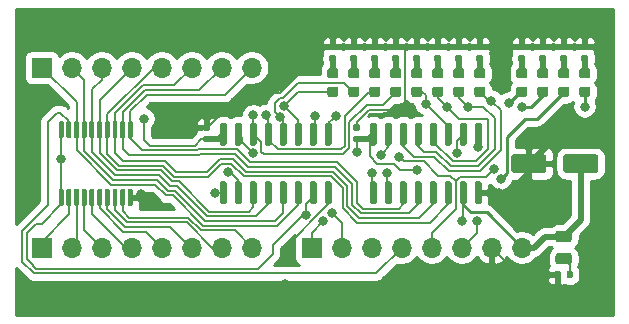
<source format=gbr>
%TF.GenerationSoftware,KiCad,Pcbnew,(5.1.10-1-10_14)*%
%TF.CreationDate,2021-10-16T23:36:31-04:00*%
%TF.ProjectId,address-register,61646472-6573-4732-9d72-656769737465,rev?*%
%TF.SameCoordinates,Original*%
%TF.FileFunction,Copper,L1,Top*%
%TF.FilePolarity,Positive*%
%FSLAX46Y46*%
G04 Gerber Fmt 4.6, Leading zero omitted, Abs format (unit mm)*
G04 Created by KiCad (PCBNEW (5.1.10-1-10_14)) date 2021-10-16 23:36:31*
%MOMM*%
%LPD*%
G01*
G04 APERTURE LIST*
%TA.AperFunction,ComponentPad*%
%ADD10O,1.700000X1.700000*%
%TD*%
%TA.AperFunction,ComponentPad*%
%ADD11R,1.700000X1.700000*%
%TD*%
%TA.AperFunction,ViaPad*%
%ADD12C,0.800000*%
%TD*%
%TA.AperFunction,Conductor*%
%ADD13C,0.500000*%
%TD*%
%TA.AperFunction,Conductor*%
%ADD14C,0.200000*%
%TD*%
%TA.AperFunction,Conductor*%
%ADD15C,0.250000*%
%TD*%
%TA.AperFunction,Conductor*%
%ADD16C,0.254000*%
%TD*%
%TA.AperFunction,Conductor*%
%ADD17C,0.100000*%
%TD*%
G04 APERTURE END LIST*
%TO.P,U3,2*%
%TO.N,CARRY_OUT*%
%TA.AperFunction,SMDPad,CuDef*%
G36*
G01*
X216151750Y-15082000D02*
X216664250Y-15082000D01*
G75*
G02*
X216883000Y-15300750I0J-218750D01*
G01*
X216883000Y-15738250D01*
G75*
G02*
X216664250Y-15957000I-218750J0D01*
G01*
X216151750Y-15957000D01*
G75*
G02*
X215933000Y-15738250I0J218750D01*
G01*
X215933000Y-15300750D01*
G75*
G02*
X216151750Y-15082000I218750J0D01*
G01*
G37*
%TD.AperFunction*%
%TO.P,U3,1*%
%TO.N,Net-(R14-Pad1)*%
%TA.AperFunction,SMDPad,CuDef*%
G36*
G01*
X216151750Y-13507000D02*
X216664250Y-13507000D01*
G75*
G02*
X216883000Y-13725750I0J-218750D01*
G01*
X216883000Y-14163250D01*
G75*
G02*
X216664250Y-14382000I-218750J0D01*
G01*
X216151750Y-14382000D01*
G75*
G02*
X215933000Y-14163250I0J218750D01*
G01*
X215933000Y-13725750D01*
G75*
G02*
X216151750Y-13507000I218750J0D01*
G01*
G37*
%TD.AperFunction*%
%TD*%
%TO.P,U4,16*%
%TO.N,VCC*%
%TA.AperFunction,SMDPad,CuDef*%
G36*
G01*
X185951000Y-20090000D02*
X185651000Y-20090000D01*
G75*
G02*
X185501000Y-19940000I0J150000D01*
G01*
X185501000Y-18290000D01*
G75*
G02*
X185651000Y-18140000I150000J0D01*
G01*
X185951000Y-18140000D01*
G75*
G02*
X186101000Y-18290000I0J-150000D01*
G01*
X186101000Y-19940000D01*
G75*
G02*
X185951000Y-20090000I-150000J0D01*
G01*
G37*
%TD.AperFunction*%
%TO.P,U4,15*%
%TO.N,CARRY_OUT*%
%TA.AperFunction,SMDPad,CuDef*%
G36*
G01*
X187221000Y-20090000D02*
X186921000Y-20090000D01*
G75*
G02*
X186771000Y-19940000I0J150000D01*
G01*
X186771000Y-18290000D01*
G75*
G02*
X186921000Y-18140000I150000J0D01*
G01*
X187221000Y-18140000D01*
G75*
G02*
X187371000Y-18290000I0J-150000D01*
G01*
X187371000Y-19940000D01*
G75*
G02*
X187221000Y-20090000I-150000J0D01*
G01*
G37*
%TD.AperFunction*%
%TO.P,U4,14*%
%TO.N,Q4*%
%TA.AperFunction,SMDPad,CuDef*%
G36*
G01*
X188491000Y-20090000D02*
X188191000Y-20090000D01*
G75*
G02*
X188041000Y-19940000I0J150000D01*
G01*
X188041000Y-18290000D01*
G75*
G02*
X188191000Y-18140000I150000J0D01*
G01*
X188491000Y-18140000D01*
G75*
G02*
X188641000Y-18290000I0J-150000D01*
G01*
X188641000Y-19940000D01*
G75*
G02*
X188491000Y-20090000I-150000J0D01*
G01*
G37*
%TD.AperFunction*%
%TO.P,U4,13*%
%TO.N,Q5*%
%TA.AperFunction,SMDPad,CuDef*%
G36*
G01*
X189761000Y-20090000D02*
X189461000Y-20090000D01*
G75*
G02*
X189311000Y-19940000I0J150000D01*
G01*
X189311000Y-18290000D01*
G75*
G02*
X189461000Y-18140000I150000J0D01*
G01*
X189761000Y-18140000D01*
G75*
G02*
X189911000Y-18290000I0J-150000D01*
G01*
X189911000Y-19940000D01*
G75*
G02*
X189761000Y-20090000I-150000J0D01*
G01*
G37*
%TD.AperFunction*%
%TO.P,U4,12*%
%TO.N,Q6*%
%TA.AperFunction,SMDPad,CuDef*%
G36*
G01*
X191031000Y-20090000D02*
X190731000Y-20090000D01*
G75*
G02*
X190581000Y-19940000I0J150000D01*
G01*
X190581000Y-18290000D01*
G75*
G02*
X190731000Y-18140000I150000J0D01*
G01*
X191031000Y-18140000D01*
G75*
G02*
X191181000Y-18290000I0J-150000D01*
G01*
X191181000Y-19940000D01*
G75*
G02*
X191031000Y-20090000I-150000J0D01*
G01*
G37*
%TD.AperFunction*%
%TO.P,U4,11*%
%TO.N,Q7*%
%TA.AperFunction,SMDPad,CuDef*%
G36*
G01*
X192301000Y-20090000D02*
X192001000Y-20090000D01*
G75*
G02*
X191851000Y-19940000I0J150000D01*
G01*
X191851000Y-18290000D01*
G75*
G02*
X192001000Y-18140000I150000J0D01*
G01*
X192301000Y-18140000D01*
G75*
G02*
X192451000Y-18290000I0J-150000D01*
G01*
X192451000Y-19940000D01*
G75*
G02*
X192301000Y-20090000I-150000J0D01*
G01*
G37*
%TD.AperFunction*%
%TO.P,U4,10*%
%TO.N,Net-(U2-Pad15)*%
%TA.AperFunction,SMDPad,CuDef*%
G36*
G01*
X193571000Y-20090000D02*
X193271000Y-20090000D01*
G75*
G02*
X193121000Y-19940000I0J150000D01*
G01*
X193121000Y-18290000D01*
G75*
G02*
X193271000Y-18140000I150000J0D01*
G01*
X193571000Y-18140000D01*
G75*
G02*
X193721000Y-18290000I0J-150000D01*
G01*
X193721000Y-19940000D01*
G75*
G02*
X193571000Y-20090000I-150000J0D01*
G01*
G37*
%TD.AperFunction*%
%TO.P,U4,9*%
%TO.N,~LOAD*%
%TA.AperFunction,SMDPad,CuDef*%
G36*
G01*
X194841000Y-20090000D02*
X194541000Y-20090000D01*
G75*
G02*
X194391000Y-19940000I0J150000D01*
G01*
X194391000Y-18290000D01*
G75*
G02*
X194541000Y-18140000I150000J0D01*
G01*
X194841000Y-18140000D01*
G75*
G02*
X194991000Y-18290000I0J-150000D01*
G01*
X194991000Y-19940000D01*
G75*
G02*
X194841000Y-20090000I-150000J0D01*
G01*
G37*
%TD.AperFunction*%
%TO.P,U4,8*%
%TO.N,GND*%
%TA.AperFunction,SMDPad,CuDef*%
G36*
G01*
X194841000Y-25040000D02*
X194541000Y-25040000D01*
G75*
G02*
X194391000Y-24890000I0J150000D01*
G01*
X194391000Y-23240000D01*
G75*
G02*
X194541000Y-23090000I150000J0D01*
G01*
X194841000Y-23090000D01*
G75*
G02*
X194991000Y-23240000I0J-150000D01*
G01*
X194991000Y-24890000D01*
G75*
G02*
X194841000Y-25040000I-150000J0D01*
G01*
G37*
%TD.AperFunction*%
%TO.P,U4,7*%
%TO.N,VCC*%
%TA.AperFunction,SMDPad,CuDef*%
G36*
G01*
X193571000Y-25040000D02*
X193271000Y-25040000D01*
G75*
G02*
X193121000Y-24890000I0J150000D01*
G01*
X193121000Y-23240000D01*
G75*
G02*
X193271000Y-23090000I150000J0D01*
G01*
X193571000Y-23090000D01*
G75*
G02*
X193721000Y-23240000I0J-150000D01*
G01*
X193721000Y-24890000D01*
G75*
G02*
X193571000Y-25040000I-150000J0D01*
G01*
G37*
%TD.AperFunction*%
%TO.P,U4,6*%
%TO.N,BUS_07*%
%TA.AperFunction,SMDPad,CuDef*%
G36*
G01*
X192301000Y-25040000D02*
X192001000Y-25040000D01*
G75*
G02*
X191851000Y-24890000I0J150000D01*
G01*
X191851000Y-23240000D01*
G75*
G02*
X192001000Y-23090000I150000J0D01*
G01*
X192301000Y-23090000D01*
G75*
G02*
X192451000Y-23240000I0J-150000D01*
G01*
X192451000Y-24890000D01*
G75*
G02*
X192301000Y-25040000I-150000J0D01*
G01*
G37*
%TD.AperFunction*%
%TO.P,U4,5*%
%TO.N,BUS_06*%
%TA.AperFunction,SMDPad,CuDef*%
G36*
G01*
X191031000Y-25040000D02*
X190731000Y-25040000D01*
G75*
G02*
X190581000Y-24890000I0J150000D01*
G01*
X190581000Y-23240000D01*
G75*
G02*
X190731000Y-23090000I150000J0D01*
G01*
X191031000Y-23090000D01*
G75*
G02*
X191181000Y-23240000I0J-150000D01*
G01*
X191181000Y-24890000D01*
G75*
G02*
X191031000Y-25040000I-150000J0D01*
G01*
G37*
%TD.AperFunction*%
%TO.P,U4,4*%
%TO.N,BUS_05*%
%TA.AperFunction,SMDPad,CuDef*%
G36*
G01*
X189761000Y-25040000D02*
X189461000Y-25040000D01*
G75*
G02*
X189311000Y-24890000I0J150000D01*
G01*
X189311000Y-23240000D01*
G75*
G02*
X189461000Y-23090000I150000J0D01*
G01*
X189761000Y-23090000D01*
G75*
G02*
X189911000Y-23240000I0J-150000D01*
G01*
X189911000Y-24890000D01*
G75*
G02*
X189761000Y-25040000I-150000J0D01*
G01*
G37*
%TD.AperFunction*%
%TO.P,U4,3*%
%TO.N,BUS_04*%
%TA.AperFunction,SMDPad,CuDef*%
G36*
G01*
X188491000Y-25040000D02*
X188191000Y-25040000D01*
G75*
G02*
X188041000Y-24890000I0J150000D01*
G01*
X188041000Y-23240000D01*
G75*
G02*
X188191000Y-23090000I150000J0D01*
G01*
X188491000Y-23090000D01*
G75*
G02*
X188641000Y-23240000I0J-150000D01*
G01*
X188641000Y-24890000D01*
G75*
G02*
X188491000Y-25040000I-150000J0D01*
G01*
G37*
%TD.AperFunction*%
%TO.P,U4,2*%
%TO.N,CLOCK*%
%TA.AperFunction,SMDPad,CuDef*%
G36*
G01*
X187221000Y-25040000D02*
X186921000Y-25040000D01*
G75*
G02*
X186771000Y-24890000I0J150000D01*
G01*
X186771000Y-23240000D01*
G75*
G02*
X186921000Y-23090000I150000J0D01*
G01*
X187221000Y-23090000D01*
G75*
G02*
X187371000Y-23240000I0J-150000D01*
G01*
X187371000Y-24890000D01*
G75*
G02*
X187221000Y-25040000I-150000J0D01*
G01*
G37*
%TD.AperFunction*%
%TO.P,U4,1*%
%TO.N,~RESET*%
%TA.AperFunction,SMDPad,CuDef*%
G36*
G01*
X185951000Y-25040000D02*
X185651000Y-25040000D01*
G75*
G02*
X185501000Y-24890000I0J150000D01*
G01*
X185501000Y-23240000D01*
G75*
G02*
X185651000Y-23090000I150000J0D01*
G01*
X185951000Y-23090000D01*
G75*
G02*
X186101000Y-23240000I0J-150000D01*
G01*
X186101000Y-24890000D01*
G75*
G02*
X185951000Y-25040000I-150000J0D01*
G01*
G37*
%TD.AperFunction*%
%TD*%
%TO.P,U2,16*%
%TO.N,VCC*%
%TA.AperFunction,SMDPad,CuDef*%
G36*
G01*
X198651000Y-20090000D02*
X198351000Y-20090000D01*
G75*
G02*
X198201000Y-19940000I0J150000D01*
G01*
X198201000Y-18290000D01*
G75*
G02*
X198351000Y-18140000I150000J0D01*
G01*
X198651000Y-18140000D01*
G75*
G02*
X198801000Y-18290000I0J-150000D01*
G01*
X198801000Y-19940000D01*
G75*
G02*
X198651000Y-20090000I-150000J0D01*
G01*
G37*
%TD.AperFunction*%
%TO.P,U2,15*%
%TO.N,Net-(U2-Pad15)*%
%TA.AperFunction,SMDPad,CuDef*%
G36*
G01*
X199921000Y-20090000D02*
X199621000Y-20090000D01*
G75*
G02*
X199471000Y-19940000I0J150000D01*
G01*
X199471000Y-18290000D01*
G75*
G02*
X199621000Y-18140000I150000J0D01*
G01*
X199921000Y-18140000D01*
G75*
G02*
X200071000Y-18290000I0J-150000D01*
G01*
X200071000Y-19940000D01*
G75*
G02*
X199921000Y-20090000I-150000J0D01*
G01*
G37*
%TD.AperFunction*%
%TO.P,U2,14*%
%TO.N,Q0*%
%TA.AperFunction,SMDPad,CuDef*%
G36*
G01*
X201191000Y-20090000D02*
X200891000Y-20090000D01*
G75*
G02*
X200741000Y-19940000I0J150000D01*
G01*
X200741000Y-18290000D01*
G75*
G02*
X200891000Y-18140000I150000J0D01*
G01*
X201191000Y-18140000D01*
G75*
G02*
X201341000Y-18290000I0J-150000D01*
G01*
X201341000Y-19940000D01*
G75*
G02*
X201191000Y-20090000I-150000J0D01*
G01*
G37*
%TD.AperFunction*%
%TO.P,U2,13*%
%TO.N,Q1*%
%TA.AperFunction,SMDPad,CuDef*%
G36*
G01*
X202461000Y-20090000D02*
X202161000Y-20090000D01*
G75*
G02*
X202011000Y-19940000I0J150000D01*
G01*
X202011000Y-18290000D01*
G75*
G02*
X202161000Y-18140000I150000J0D01*
G01*
X202461000Y-18140000D01*
G75*
G02*
X202611000Y-18290000I0J-150000D01*
G01*
X202611000Y-19940000D01*
G75*
G02*
X202461000Y-20090000I-150000J0D01*
G01*
G37*
%TD.AperFunction*%
%TO.P,U2,12*%
%TO.N,Q2*%
%TA.AperFunction,SMDPad,CuDef*%
G36*
G01*
X203731000Y-20090000D02*
X203431000Y-20090000D01*
G75*
G02*
X203281000Y-19940000I0J150000D01*
G01*
X203281000Y-18290000D01*
G75*
G02*
X203431000Y-18140000I150000J0D01*
G01*
X203731000Y-18140000D01*
G75*
G02*
X203881000Y-18290000I0J-150000D01*
G01*
X203881000Y-19940000D01*
G75*
G02*
X203731000Y-20090000I-150000J0D01*
G01*
G37*
%TD.AperFunction*%
%TO.P,U2,11*%
%TO.N,Q3*%
%TA.AperFunction,SMDPad,CuDef*%
G36*
G01*
X205001000Y-20090000D02*
X204701000Y-20090000D01*
G75*
G02*
X204551000Y-19940000I0J150000D01*
G01*
X204551000Y-18290000D01*
G75*
G02*
X204701000Y-18140000I150000J0D01*
G01*
X205001000Y-18140000D01*
G75*
G02*
X205151000Y-18290000I0J-150000D01*
G01*
X205151000Y-19940000D01*
G75*
G02*
X205001000Y-20090000I-150000J0D01*
G01*
G37*
%TD.AperFunction*%
%TO.P,U2,10*%
%TO.N,EN*%
%TA.AperFunction,SMDPad,CuDef*%
G36*
G01*
X206271000Y-20090000D02*
X205971000Y-20090000D01*
G75*
G02*
X205821000Y-19940000I0J150000D01*
G01*
X205821000Y-18290000D01*
G75*
G02*
X205971000Y-18140000I150000J0D01*
G01*
X206271000Y-18140000D01*
G75*
G02*
X206421000Y-18290000I0J-150000D01*
G01*
X206421000Y-19940000D01*
G75*
G02*
X206271000Y-20090000I-150000J0D01*
G01*
G37*
%TD.AperFunction*%
%TO.P,U2,9*%
%TO.N,~LOAD*%
%TA.AperFunction,SMDPad,CuDef*%
G36*
G01*
X207541000Y-20090000D02*
X207241000Y-20090000D01*
G75*
G02*
X207091000Y-19940000I0J150000D01*
G01*
X207091000Y-18290000D01*
G75*
G02*
X207241000Y-18140000I150000J0D01*
G01*
X207541000Y-18140000D01*
G75*
G02*
X207691000Y-18290000I0J-150000D01*
G01*
X207691000Y-19940000D01*
G75*
G02*
X207541000Y-20090000I-150000J0D01*
G01*
G37*
%TD.AperFunction*%
%TO.P,U2,8*%
%TO.N,GND*%
%TA.AperFunction,SMDPad,CuDef*%
G36*
G01*
X207541000Y-25040000D02*
X207241000Y-25040000D01*
G75*
G02*
X207091000Y-24890000I0J150000D01*
G01*
X207091000Y-23240000D01*
G75*
G02*
X207241000Y-23090000I150000J0D01*
G01*
X207541000Y-23090000D01*
G75*
G02*
X207691000Y-23240000I0J-150000D01*
G01*
X207691000Y-24890000D01*
G75*
G02*
X207541000Y-25040000I-150000J0D01*
G01*
G37*
%TD.AperFunction*%
%TO.P,U2,7*%
%TO.N,VCC*%
%TA.AperFunction,SMDPad,CuDef*%
G36*
G01*
X206271000Y-25040000D02*
X205971000Y-25040000D01*
G75*
G02*
X205821000Y-24890000I0J150000D01*
G01*
X205821000Y-23240000D01*
G75*
G02*
X205971000Y-23090000I150000J0D01*
G01*
X206271000Y-23090000D01*
G75*
G02*
X206421000Y-23240000I0J-150000D01*
G01*
X206421000Y-24890000D01*
G75*
G02*
X206271000Y-25040000I-150000J0D01*
G01*
G37*
%TD.AperFunction*%
%TO.P,U2,6*%
%TO.N,BUS_03*%
%TA.AperFunction,SMDPad,CuDef*%
G36*
G01*
X205001000Y-25040000D02*
X204701000Y-25040000D01*
G75*
G02*
X204551000Y-24890000I0J150000D01*
G01*
X204551000Y-23240000D01*
G75*
G02*
X204701000Y-23090000I150000J0D01*
G01*
X205001000Y-23090000D01*
G75*
G02*
X205151000Y-23240000I0J-150000D01*
G01*
X205151000Y-24890000D01*
G75*
G02*
X205001000Y-25040000I-150000J0D01*
G01*
G37*
%TD.AperFunction*%
%TO.P,U2,5*%
%TO.N,BUS_02*%
%TA.AperFunction,SMDPad,CuDef*%
G36*
G01*
X203731000Y-25040000D02*
X203431000Y-25040000D01*
G75*
G02*
X203281000Y-24890000I0J150000D01*
G01*
X203281000Y-23240000D01*
G75*
G02*
X203431000Y-23090000I150000J0D01*
G01*
X203731000Y-23090000D01*
G75*
G02*
X203881000Y-23240000I0J-150000D01*
G01*
X203881000Y-24890000D01*
G75*
G02*
X203731000Y-25040000I-150000J0D01*
G01*
G37*
%TD.AperFunction*%
%TO.P,U2,4*%
%TO.N,BUS_01*%
%TA.AperFunction,SMDPad,CuDef*%
G36*
G01*
X202461000Y-25040000D02*
X202161000Y-25040000D01*
G75*
G02*
X202011000Y-24890000I0J150000D01*
G01*
X202011000Y-23240000D01*
G75*
G02*
X202161000Y-23090000I150000J0D01*
G01*
X202461000Y-23090000D01*
G75*
G02*
X202611000Y-23240000I0J-150000D01*
G01*
X202611000Y-24890000D01*
G75*
G02*
X202461000Y-25040000I-150000J0D01*
G01*
G37*
%TD.AperFunction*%
%TO.P,U2,3*%
%TO.N,BUS_00*%
%TA.AperFunction,SMDPad,CuDef*%
G36*
G01*
X201191000Y-25040000D02*
X200891000Y-25040000D01*
G75*
G02*
X200741000Y-24890000I0J150000D01*
G01*
X200741000Y-23240000D01*
G75*
G02*
X200891000Y-23090000I150000J0D01*
G01*
X201191000Y-23090000D01*
G75*
G02*
X201341000Y-23240000I0J-150000D01*
G01*
X201341000Y-24890000D01*
G75*
G02*
X201191000Y-25040000I-150000J0D01*
G01*
G37*
%TD.AperFunction*%
%TO.P,U2,2*%
%TO.N,CLOCK*%
%TA.AperFunction,SMDPad,CuDef*%
G36*
G01*
X199921000Y-25040000D02*
X199621000Y-25040000D01*
G75*
G02*
X199471000Y-24890000I0J150000D01*
G01*
X199471000Y-23240000D01*
G75*
G02*
X199621000Y-23090000I150000J0D01*
G01*
X199921000Y-23090000D01*
G75*
G02*
X200071000Y-23240000I0J-150000D01*
G01*
X200071000Y-24890000D01*
G75*
G02*
X199921000Y-25040000I-150000J0D01*
G01*
G37*
%TD.AperFunction*%
%TO.P,U2,1*%
%TO.N,~RESET*%
%TA.AperFunction,SMDPad,CuDef*%
G36*
G01*
X198651000Y-25040000D02*
X198351000Y-25040000D01*
G75*
G02*
X198201000Y-24890000I0J150000D01*
G01*
X198201000Y-23240000D01*
G75*
G02*
X198351000Y-23090000I150000J0D01*
G01*
X198651000Y-23090000D01*
G75*
G02*
X198801000Y-23240000I0J-150000D01*
G01*
X198801000Y-24890000D01*
G75*
G02*
X198651000Y-25040000I-150000J0D01*
G01*
G37*
%TD.AperFunction*%
%TD*%
%TO.P,U1,20*%
%TO.N,VCC*%
%TA.AperFunction,SMDPad,CuDef*%
G36*
G01*
X172181000Y-19465000D02*
X171981000Y-19465000D01*
G75*
G02*
X171881000Y-19365000I0J100000D01*
G01*
X171881000Y-18090000D01*
G75*
G02*
X171981000Y-17990000I100000J0D01*
G01*
X172181000Y-17990000D01*
G75*
G02*
X172281000Y-18090000I0J-100000D01*
G01*
X172281000Y-19365000D01*
G75*
G02*
X172181000Y-19465000I-100000J0D01*
G01*
G37*
%TD.AperFunction*%
%TO.P,U1,19*%
%TO.N,~OUT*%
%TA.AperFunction,SMDPad,CuDef*%
G36*
G01*
X172831000Y-19465000D02*
X172631000Y-19465000D01*
G75*
G02*
X172531000Y-19365000I0J100000D01*
G01*
X172531000Y-18090000D01*
G75*
G02*
X172631000Y-17990000I100000J0D01*
G01*
X172831000Y-17990000D01*
G75*
G02*
X172931000Y-18090000I0J-100000D01*
G01*
X172931000Y-19365000D01*
G75*
G02*
X172831000Y-19465000I-100000J0D01*
G01*
G37*
%TD.AperFunction*%
%TO.P,U1,18*%
%TO.N,BUS_07*%
%TA.AperFunction,SMDPad,CuDef*%
G36*
G01*
X173481000Y-19465000D02*
X173281000Y-19465000D01*
G75*
G02*
X173181000Y-19365000I0J100000D01*
G01*
X173181000Y-18090000D01*
G75*
G02*
X173281000Y-17990000I100000J0D01*
G01*
X173481000Y-17990000D01*
G75*
G02*
X173581000Y-18090000I0J-100000D01*
G01*
X173581000Y-19365000D01*
G75*
G02*
X173481000Y-19465000I-100000J0D01*
G01*
G37*
%TD.AperFunction*%
%TO.P,U1,17*%
%TO.N,BUS_06*%
%TA.AperFunction,SMDPad,CuDef*%
G36*
G01*
X174131000Y-19465000D02*
X173931000Y-19465000D01*
G75*
G02*
X173831000Y-19365000I0J100000D01*
G01*
X173831000Y-18090000D01*
G75*
G02*
X173931000Y-17990000I100000J0D01*
G01*
X174131000Y-17990000D01*
G75*
G02*
X174231000Y-18090000I0J-100000D01*
G01*
X174231000Y-19365000D01*
G75*
G02*
X174131000Y-19465000I-100000J0D01*
G01*
G37*
%TD.AperFunction*%
%TO.P,U1,16*%
%TO.N,BUS_05*%
%TA.AperFunction,SMDPad,CuDef*%
G36*
G01*
X174781000Y-19465000D02*
X174581000Y-19465000D01*
G75*
G02*
X174481000Y-19365000I0J100000D01*
G01*
X174481000Y-18090000D01*
G75*
G02*
X174581000Y-17990000I100000J0D01*
G01*
X174781000Y-17990000D01*
G75*
G02*
X174881000Y-18090000I0J-100000D01*
G01*
X174881000Y-19365000D01*
G75*
G02*
X174781000Y-19465000I-100000J0D01*
G01*
G37*
%TD.AperFunction*%
%TO.P,U1,15*%
%TO.N,BUS_04*%
%TA.AperFunction,SMDPad,CuDef*%
G36*
G01*
X175431000Y-19465000D02*
X175231000Y-19465000D01*
G75*
G02*
X175131000Y-19365000I0J100000D01*
G01*
X175131000Y-18090000D01*
G75*
G02*
X175231000Y-17990000I100000J0D01*
G01*
X175431000Y-17990000D01*
G75*
G02*
X175531000Y-18090000I0J-100000D01*
G01*
X175531000Y-19365000D01*
G75*
G02*
X175431000Y-19465000I-100000J0D01*
G01*
G37*
%TD.AperFunction*%
%TO.P,U1,14*%
%TO.N,BUS_03*%
%TA.AperFunction,SMDPad,CuDef*%
G36*
G01*
X176081000Y-19465000D02*
X175881000Y-19465000D01*
G75*
G02*
X175781000Y-19365000I0J100000D01*
G01*
X175781000Y-18090000D01*
G75*
G02*
X175881000Y-17990000I100000J0D01*
G01*
X176081000Y-17990000D01*
G75*
G02*
X176181000Y-18090000I0J-100000D01*
G01*
X176181000Y-19365000D01*
G75*
G02*
X176081000Y-19465000I-100000J0D01*
G01*
G37*
%TD.AperFunction*%
%TO.P,U1,13*%
%TO.N,BUS_02*%
%TA.AperFunction,SMDPad,CuDef*%
G36*
G01*
X176731000Y-19465000D02*
X176531000Y-19465000D01*
G75*
G02*
X176431000Y-19365000I0J100000D01*
G01*
X176431000Y-18090000D01*
G75*
G02*
X176531000Y-17990000I100000J0D01*
G01*
X176731000Y-17990000D01*
G75*
G02*
X176831000Y-18090000I0J-100000D01*
G01*
X176831000Y-19365000D01*
G75*
G02*
X176731000Y-19465000I-100000J0D01*
G01*
G37*
%TD.AperFunction*%
%TO.P,U1,12*%
%TO.N,BUS_01*%
%TA.AperFunction,SMDPad,CuDef*%
G36*
G01*
X177381000Y-19465000D02*
X177181000Y-19465000D01*
G75*
G02*
X177081000Y-19365000I0J100000D01*
G01*
X177081000Y-18090000D01*
G75*
G02*
X177181000Y-17990000I100000J0D01*
G01*
X177381000Y-17990000D01*
G75*
G02*
X177481000Y-18090000I0J-100000D01*
G01*
X177481000Y-19365000D01*
G75*
G02*
X177381000Y-19465000I-100000J0D01*
G01*
G37*
%TD.AperFunction*%
%TO.P,U1,11*%
%TO.N,BUS_00*%
%TA.AperFunction,SMDPad,CuDef*%
G36*
G01*
X178031000Y-19465000D02*
X177831000Y-19465000D01*
G75*
G02*
X177731000Y-19365000I0J100000D01*
G01*
X177731000Y-18090000D01*
G75*
G02*
X177831000Y-17990000I100000J0D01*
G01*
X178031000Y-17990000D01*
G75*
G02*
X178131000Y-18090000I0J-100000D01*
G01*
X178131000Y-19365000D01*
G75*
G02*
X178031000Y-19465000I-100000J0D01*
G01*
G37*
%TD.AperFunction*%
%TO.P,U1,10*%
%TO.N,GND*%
%TA.AperFunction,SMDPad,CuDef*%
G36*
G01*
X178031000Y-25190000D02*
X177831000Y-25190000D01*
G75*
G02*
X177731000Y-25090000I0J100000D01*
G01*
X177731000Y-23815000D01*
G75*
G02*
X177831000Y-23715000I100000J0D01*
G01*
X178031000Y-23715000D01*
G75*
G02*
X178131000Y-23815000I0J-100000D01*
G01*
X178131000Y-25090000D01*
G75*
G02*
X178031000Y-25190000I-100000J0D01*
G01*
G37*
%TD.AperFunction*%
%TO.P,U1,9*%
%TO.N,Q0*%
%TA.AperFunction,SMDPad,CuDef*%
G36*
G01*
X177381000Y-25190000D02*
X177181000Y-25190000D01*
G75*
G02*
X177081000Y-25090000I0J100000D01*
G01*
X177081000Y-23815000D01*
G75*
G02*
X177181000Y-23715000I100000J0D01*
G01*
X177381000Y-23715000D01*
G75*
G02*
X177481000Y-23815000I0J-100000D01*
G01*
X177481000Y-25090000D01*
G75*
G02*
X177381000Y-25190000I-100000J0D01*
G01*
G37*
%TD.AperFunction*%
%TO.P,U1,8*%
%TO.N,Q1*%
%TA.AperFunction,SMDPad,CuDef*%
G36*
G01*
X176731000Y-25190000D02*
X176531000Y-25190000D01*
G75*
G02*
X176431000Y-25090000I0J100000D01*
G01*
X176431000Y-23815000D01*
G75*
G02*
X176531000Y-23715000I100000J0D01*
G01*
X176731000Y-23715000D01*
G75*
G02*
X176831000Y-23815000I0J-100000D01*
G01*
X176831000Y-25090000D01*
G75*
G02*
X176731000Y-25190000I-100000J0D01*
G01*
G37*
%TD.AperFunction*%
%TO.P,U1,7*%
%TO.N,Q2*%
%TA.AperFunction,SMDPad,CuDef*%
G36*
G01*
X176081000Y-25190000D02*
X175881000Y-25190000D01*
G75*
G02*
X175781000Y-25090000I0J100000D01*
G01*
X175781000Y-23815000D01*
G75*
G02*
X175881000Y-23715000I100000J0D01*
G01*
X176081000Y-23715000D01*
G75*
G02*
X176181000Y-23815000I0J-100000D01*
G01*
X176181000Y-25090000D01*
G75*
G02*
X176081000Y-25190000I-100000J0D01*
G01*
G37*
%TD.AperFunction*%
%TO.P,U1,6*%
%TO.N,Q3*%
%TA.AperFunction,SMDPad,CuDef*%
G36*
G01*
X175431000Y-25190000D02*
X175231000Y-25190000D01*
G75*
G02*
X175131000Y-25090000I0J100000D01*
G01*
X175131000Y-23815000D01*
G75*
G02*
X175231000Y-23715000I100000J0D01*
G01*
X175431000Y-23715000D01*
G75*
G02*
X175531000Y-23815000I0J-100000D01*
G01*
X175531000Y-25090000D01*
G75*
G02*
X175431000Y-25190000I-100000J0D01*
G01*
G37*
%TD.AperFunction*%
%TO.P,U1,5*%
%TO.N,Q4*%
%TA.AperFunction,SMDPad,CuDef*%
G36*
G01*
X174781000Y-25190000D02*
X174581000Y-25190000D01*
G75*
G02*
X174481000Y-25090000I0J100000D01*
G01*
X174481000Y-23815000D01*
G75*
G02*
X174581000Y-23715000I100000J0D01*
G01*
X174781000Y-23715000D01*
G75*
G02*
X174881000Y-23815000I0J-100000D01*
G01*
X174881000Y-25090000D01*
G75*
G02*
X174781000Y-25190000I-100000J0D01*
G01*
G37*
%TD.AperFunction*%
%TO.P,U1,4*%
%TO.N,Q5*%
%TA.AperFunction,SMDPad,CuDef*%
G36*
G01*
X174131000Y-25190000D02*
X173931000Y-25190000D01*
G75*
G02*
X173831000Y-25090000I0J100000D01*
G01*
X173831000Y-23815000D01*
G75*
G02*
X173931000Y-23715000I100000J0D01*
G01*
X174131000Y-23715000D01*
G75*
G02*
X174231000Y-23815000I0J-100000D01*
G01*
X174231000Y-25090000D01*
G75*
G02*
X174131000Y-25190000I-100000J0D01*
G01*
G37*
%TD.AperFunction*%
%TO.P,U1,3*%
%TO.N,Q6*%
%TA.AperFunction,SMDPad,CuDef*%
G36*
G01*
X173481000Y-25190000D02*
X173281000Y-25190000D01*
G75*
G02*
X173181000Y-25090000I0J100000D01*
G01*
X173181000Y-23815000D01*
G75*
G02*
X173281000Y-23715000I100000J0D01*
G01*
X173481000Y-23715000D01*
G75*
G02*
X173581000Y-23815000I0J-100000D01*
G01*
X173581000Y-25090000D01*
G75*
G02*
X173481000Y-25190000I-100000J0D01*
G01*
G37*
%TD.AperFunction*%
%TO.P,U1,2*%
%TO.N,Q7*%
%TA.AperFunction,SMDPad,CuDef*%
G36*
G01*
X172831000Y-25190000D02*
X172631000Y-25190000D01*
G75*
G02*
X172531000Y-25090000I0J100000D01*
G01*
X172531000Y-23815000D01*
G75*
G02*
X172631000Y-23715000I100000J0D01*
G01*
X172831000Y-23715000D01*
G75*
G02*
X172931000Y-23815000I0J-100000D01*
G01*
X172931000Y-25090000D01*
G75*
G02*
X172831000Y-25190000I-100000J0D01*
G01*
G37*
%TD.AperFunction*%
%TO.P,U1,1*%
%TO.N,VCC*%
%TA.AperFunction,SMDPad,CuDef*%
G36*
G01*
X172181000Y-25190000D02*
X171981000Y-25190000D01*
G75*
G02*
X171881000Y-25090000I0J100000D01*
G01*
X171881000Y-23815000D01*
G75*
G02*
X171981000Y-23715000I100000J0D01*
G01*
X172181000Y-23715000D01*
G75*
G02*
X172281000Y-23815000I0J-100000D01*
G01*
X172281000Y-25090000D01*
G75*
G02*
X172181000Y-25190000I-100000J0D01*
G01*
G37*
%TD.AperFunction*%
%TD*%
%TO.P,R14,2*%
%TO.N,GND*%
%TA.AperFunction,SMDPad,CuDef*%
G36*
G01*
X216593000Y-11952000D02*
X216223000Y-11952000D01*
G75*
G02*
X216088000Y-11817000I0J135000D01*
G01*
X216088000Y-11547000D01*
G75*
G02*
X216223000Y-11412000I135000J0D01*
G01*
X216593000Y-11412000D01*
G75*
G02*
X216728000Y-11547000I0J-135000D01*
G01*
X216728000Y-11817000D01*
G75*
G02*
X216593000Y-11952000I-135000J0D01*
G01*
G37*
%TD.AperFunction*%
%TO.P,R14,1*%
%TO.N,Net-(R14-Pad1)*%
%TA.AperFunction,SMDPad,CuDef*%
G36*
G01*
X216593000Y-12972000D02*
X216223000Y-12972000D01*
G75*
G02*
X216088000Y-12837000I0J135000D01*
G01*
X216088000Y-12567000D01*
G75*
G02*
X216223000Y-12432000I135000J0D01*
G01*
X216593000Y-12432000D01*
G75*
G02*
X216728000Y-12567000I0J-135000D01*
G01*
X216728000Y-12837000D01*
G75*
G02*
X216593000Y-12972000I-135000J0D01*
G01*
G37*
%TD.AperFunction*%
%TD*%
%TO.P,R12,2*%
%TO.N,GND*%
%TA.AperFunction,SMDPad,CuDef*%
G36*
G01*
X214815000Y-11952000D02*
X214445000Y-11952000D01*
G75*
G02*
X214310000Y-11817000I0J135000D01*
G01*
X214310000Y-11547000D01*
G75*
G02*
X214445000Y-11412000I135000J0D01*
G01*
X214815000Y-11412000D01*
G75*
G02*
X214950000Y-11547000I0J-135000D01*
G01*
X214950000Y-11817000D01*
G75*
G02*
X214815000Y-11952000I-135000J0D01*
G01*
G37*
%TD.AperFunction*%
%TO.P,R12,1*%
%TO.N,Net-(D12-Pad1)*%
%TA.AperFunction,SMDPad,CuDef*%
G36*
G01*
X214815000Y-12972000D02*
X214445000Y-12972000D01*
G75*
G02*
X214310000Y-12837000I0J135000D01*
G01*
X214310000Y-12567000D01*
G75*
G02*
X214445000Y-12432000I135000J0D01*
G01*
X214815000Y-12432000D01*
G75*
G02*
X214950000Y-12567000I0J-135000D01*
G01*
X214950000Y-12837000D01*
G75*
G02*
X214815000Y-12972000I-135000J0D01*
G01*
G37*
%TD.AperFunction*%
%TD*%
%TO.P,R7,2*%
%TO.N,GND*%
%TA.AperFunction,SMDPad,CuDef*%
G36*
G01*
X213037000Y-11952000D02*
X212667000Y-11952000D01*
G75*
G02*
X212532000Y-11817000I0J135000D01*
G01*
X212532000Y-11547000D01*
G75*
G02*
X212667000Y-11412000I135000J0D01*
G01*
X213037000Y-11412000D01*
G75*
G02*
X213172000Y-11547000I0J-135000D01*
G01*
X213172000Y-11817000D01*
G75*
G02*
X213037000Y-11952000I-135000J0D01*
G01*
G37*
%TD.AperFunction*%
%TO.P,R7,1*%
%TO.N,Net-(D7-Pad1)*%
%TA.AperFunction,SMDPad,CuDef*%
G36*
G01*
X213037000Y-12972000D02*
X212667000Y-12972000D01*
G75*
G02*
X212532000Y-12837000I0J135000D01*
G01*
X212532000Y-12567000D01*
G75*
G02*
X212667000Y-12432000I135000J0D01*
G01*
X213037000Y-12432000D01*
G75*
G02*
X213172000Y-12567000I0J-135000D01*
G01*
X213172000Y-12837000D01*
G75*
G02*
X213037000Y-12972000I-135000J0D01*
G01*
G37*
%TD.AperFunction*%
%TD*%
%TO.P,R6,2*%
%TO.N,GND*%
%TA.AperFunction,SMDPad,CuDef*%
G36*
G01*
X214390000Y-30803000D02*
X214390000Y-31173000D01*
G75*
G02*
X214255000Y-31308000I-135000J0D01*
G01*
X213985000Y-31308000D01*
G75*
G02*
X213850000Y-31173000I0J135000D01*
G01*
X213850000Y-30803000D01*
G75*
G02*
X213985000Y-30668000I135000J0D01*
G01*
X214255000Y-30668000D01*
G75*
G02*
X214390000Y-30803000I0J-135000D01*
G01*
G37*
%TD.AperFunction*%
%TO.P,R6,1*%
%TO.N,Net-(D6-Pad1)*%
%TA.AperFunction,SMDPad,CuDef*%
G36*
G01*
X215410000Y-30803000D02*
X215410000Y-31173000D01*
G75*
G02*
X215275000Y-31308000I-135000J0D01*
G01*
X215005000Y-31308000D01*
G75*
G02*
X214870000Y-31173000I0J135000D01*
G01*
X214870000Y-30803000D01*
G75*
G02*
X215005000Y-30668000I135000J0D01*
G01*
X215275000Y-30668000D01*
G75*
G02*
X215410000Y-30803000I0J-135000D01*
G01*
G37*
%TD.AperFunction*%
%TD*%
%TO.P,R2,2*%
%TO.N,GND*%
%TA.AperFunction,SMDPad,CuDef*%
G36*
G01*
X211259000Y-11952000D02*
X210889000Y-11952000D01*
G75*
G02*
X210754000Y-11817000I0J135000D01*
G01*
X210754000Y-11547000D01*
G75*
G02*
X210889000Y-11412000I135000J0D01*
G01*
X211259000Y-11412000D01*
G75*
G02*
X211394000Y-11547000I0J-135000D01*
G01*
X211394000Y-11817000D01*
G75*
G02*
X211259000Y-11952000I-135000J0D01*
G01*
G37*
%TD.AperFunction*%
%TO.P,R2,1*%
%TO.N,Net-(D2-Pad1)*%
%TA.AperFunction,SMDPad,CuDef*%
G36*
G01*
X211259000Y-12972000D02*
X210889000Y-12972000D01*
G75*
G02*
X210754000Y-12837000I0J135000D01*
G01*
X210754000Y-12567000D01*
G75*
G02*
X210889000Y-12432000I135000J0D01*
G01*
X211259000Y-12432000D01*
G75*
G02*
X211394000Y-12567000I0J-135000D01*
G01*
X211394000Y-12837000D01*
G75*
G02*
X211259000Y-12972000I-135000J0D01*
G01*
G37*
%TD.AperFunction*%
%TD*%
D10*
%TO.P,J3,8*%
%TO.N,Q0*%
X188214000Y-28702000D03*
%TO.P,J3,7*%
%TO.N,Q1*%
X185674000Y-28702000D03*
%TO.P,J3,6*%
%TO.N,Q2*%
X183134000Y-28702000D03*
%TO.P,J3,5*%
%TO.N,Q3*%
X180594000Y-28702000D03*
%TO.P,J3,4*%
%TO.N,Q4*%
X178054000Y-28702000D03*
%TO.P,J3,3*%
%TO.N,Q5*%
X175514000Y-28702000D03*
%TO.P,J3,2*%
%TO.N,Q6*%
X172974000Y-28702000D03*
D11*
%TO.P,J3,1*%
%TO.N,Q7*%
X170434000Y-28702000D03*
%TD*%
D10*
%TO.P,J2,8*%
%TO.N,BUS_00*%
X188214000Y-13462000D03*
%TO.P,J2,7*%
%TO.N,BUS_01*%
X185674000Y-13462000D03*
%TO.P,J2,6*%
%TO.N,BUS_02*%
X183134000Y-13462000D03*
%TO.P,J2,5*%
%TO.N,BUS_03*%
X180594000Y-13462000D03*
%TO.P,J2,4*%
%TO.N,BUS_04*%
X178054000Y-13462000D03*
%TO.P,J2,3*%
%TO.N,BUS_05*%
X175514000Y-13462000D03*
%TO.P,J2,2*%
%TO.N,BUS_06*%
X172974000Y-13462000D03*
D11*
%TO.P,J2,1*%
%TO.N,BUS_07*%
X170434000Y-13462000D03*
%TD*%
%TO.P,D12,2*%
%TO.N,~OUT*%
%TA.AperFunction,SMDPad,CuDef*%
G36*
G01*
X214373750Y-15082000D02*
X214886250Y-15082000D01*
G75*
G02*
X215105000Y-15300750I0J-218750D01*
G01*
X215105000Y-15738250D01*
G75*
G02*
X214886250Y-15957000I-218750J0D01*
G01*
X214373750Y-15957000D01*
G75*
G02*
X214155000Y-15738250I0J218750D01*
G01*
X214155000Y-15300750D01*
G75*
G02*
X214373750Y-15082000I218750J0D01*
G01*
G37*
%TD.AperFunction*%
%TO.P,D12,1*%
%TO.N,Net-(D12-Pad1)*%
%TA.AperFunction,SMDPad,CuDef*%
G36*
G01*
X214373750Y-13507000D02*
X214886250Y-13507000D01*
G75*
G02*
X215105000Y-13725750I0J-218750D01*
G01*
X215105000Y-14163250D01*
G75*
G02*
X214886250Y-14382000I-218750J0D01*
G01*
X214373750Y-14382000D01*
G75*
G02*
X214155000Y-14163250I0J218750D01*
G01*
X214155000Y-13725750D01*
G75*
G02*
X214373750Y-13507000I218750J0D01*
G01*
G37*
%TD.AperFunction*%
%TD*%
%TO.P,D7,2*%
%TO.N,~LOAD*%
%TA.AperFunction,SMDPad,CuDef*%
G36*
G01*
X212595750Y-15082000D02*
X213108250Y-15082000D01*
G75*
G02*
X213327000Y-15300750I0J-218750D01*
G01*
X213327000Y-15738250D01*
G75*
G02*
X213108250Y-15957000I-218750J0D01*
G01*
X212595750Y-15957000D01*
G75*
G02*
X212377000Y-15738250I0J218750D01*
G01*
X212377000Y-15300750D01*
G75*
G02*
X212595750Y-15082000I218750J0D01*
G01*
G37*
%TD.AperFunction*%
%TO.P,D7,1*%
%TO.N,Net-(D7-Pad1)*%
%TA.AperFunction,SMDPad,CuDef*%
G36*
G01*
X212595750Y-13507000D02*
X213108250Y-13507000D01*
G75*
G02*
X213327000Y-13725750I0J-218750D01*
G01*
X213327000Y-14163250D01*
G75*
G02*
X213108250Y-14382000I-218750J0D01*
G01*
X212595750Y-14382000D01*
G75*
G02*
X212377000Y-14163250I0J218750D01*
G01*
X212377000Y-13725750D01*
G75*
G02*
X212595750Y-13507000I218750J0D01*
G01*
G37*
%TD.AperFunction*%
%TD*%
%TO.P,D6,2*%
%TO.N,VCC*%
%TA.AperFunction,SMDPad,CuDef*%
G36*
G01*
X215086250Y-28252000D02*
X214173750Y-28252000D01*
G75*
G02*
X213930000Y-28008250I0J243750D01*
G01*
X213930000Y-27520750D01*
G75*
G02*
X214173750Y-27277000I243750J0D01*
G01*
X215086250Y-27277000D01*
G75*
G02*
X215330000Y-27520750I0J-243750D01*
G01*
X215330000Y-28008250D01*
G75*
G02*
X215086250Y-28252000I-243750J0D01*
G01*
G37*
%TD.AperFunction*%
%TO.P,D6,1*%
%TO.N,Net-(D6-Pad1)*%
%TA.AperFunction,SMDPad,CuDef*%
G36*
G01*
X215086250Y-30127000D02*
X214173750Y-30127000D01*
G75*
G02*
X213930000Y-29883250I0J243750D01*
G01*
X213930000Y-29395750D01*
G75*
G02*
X214173750Y-29152000I243750J0D01*
G01*
X215086250Y-29152000D01*
G75*
G02*
X215330000Y-29395750I0J-243750D01*
G01*
X215330000Y-29883250D01*
G75*
G02*
X215086250Y-30127000I-243750J0D01*
G01*
G37*
%TD.AperFunction*%
%TD*%
%TO.P,D2,2*%
%TO.N,EN*%
%TA.AperFunction,SMDPad,CuDef*%
G36*
G01*
X210817750Y-15082000D02*
X211330250Y-15082000D01*
G75*
G02*
X211549000Y-15300750I0J-218750D01*
G01*
X211549000Y-15738250D01*
G75*
G02*
X211330250Y-15957000I-218750J0D01*
G01*
X210817750Y-15957000D01*
G75*
G02*
X210599000Y-15738250I0J218750D01*
G01*
X210599000Y-15300750D01*
G75*
G02*
X210817750Y-15082000I218750J0D01*
G01*
G37*
%TD.AperFunction*%
%TO.P,D2,1*%
%TO.N,Net-(D2-Pad1)*%
%TA.AperFunction,SMDPad,CuDef*%
G36*
G01*
X210817750Y-13507000D02*
X211330250Y-13507000D01*
G75*
G02*
X211549000Y-13725750I0J-218750D01*
G01*
X211549000Y-14163250D01*
G75*
G02*
X211330250Y-14382000I-218750J0D01*
G01*
X210817750Y-14382000D01*
G75*
G02*
X210599000Y-14163250I0J218750D01*
G01*
X210599000Y-13725750D01*
G75*
G02*
X210817750Y-13507000I218750J0D01*
G01*
G37*
%TD.AperFunction*%
%TD*%
%TO.P,C5,2*%
%TO.N,GND*%
%TA.AperFunction,SMDPad,CuDef*%
G36*
G01*
X184574000Y-18822000D02*
X184234000Y-18822000D01*
G75*
G02*
X184094000Y-18682000I0J140000D01*
G01*
X184094000Y-18402000D01*
G75*
G02*
X184234000Y-18262000I140000J0D01*
G01*
X184574000Y-18262000D01*
G75*
G02*
X184714000Y-18402000I0J-140000D01*
G01*
X184714000Y-18682000D01*
G75*
G02*
X184574000Y-18822000I-140000J0D01*
G01*
G37*
%TD.AperFunction*%
%TO.P,C5,1*%
%TO.N,VCC*%
%TA.AperFunction,SMDPad,CuDef*%
G36*
G01*
X184574000Y-19782000D02*
X184234000Y-19782000D01*
G75*
G02*
X184094000Y-19642000I0J140000D01*
G01*
X184094000Y-19362000D01*
G75*
G02*
X184234000Y-19222000I140000J0D01*
G01*
X184574000Y-19222000D01*
G75*
G02*
X184714000Y-19362000I0J-140000D01*
G01*
X184714000Y-19642000D01*
G75*
G02*
X184574000Y-19782000I-140000J0D01*
G01*
G37*
%TD.AperFunction*%
%TD*%
%TO.P,C2,2*%
%TO.N,GND*%
%TA.AperFunction,SMDPad,CuDef*%
G36*
G01*
X197274000Y-18822000D02*
X196934000Y-18822000D01*
G75*
G02*
X196794000Y-18682000I0J140000D01*
G01*
X196794000Y-18402000D01*
G75*
G02*
X196934000Y-18262000I140000J0D01*
G01*
X197274000Y-18262000D01*
G75*
G02*
X197414000Y-18402000I0J-140000D01*
G01*
X197414000Y-18682000D01*
G75*
G02*
X197274000Y-18822000I-140000J0D01*
G01*
G37*
%TD.AperFunction*%
%TO.P,C2,1*%
%TO.N,VCC*%
%TA.AperFunction,SMDPad,CuDef*%
G36*
G01*
X197274000Y-19782000D02*
X196934000Y-19782000D01*
G75*
G02*
X196794000Y-19642000I0J140000D01*
G01*
X196794000Y-19362000D01*
G75*
G02*
X196934000Y-19222000I140000J0D01*
G01*
X197274000Y-19222000D01*
G75*
G02*
X197414000Y-19362000I0J-140000D01*
G01*
X197414000Y-19642000D01*
G75*
G02*
X197274000Y-19782000I-140000J0D01*
G01*
G37*
%TD.AperFunction*%
%TD*%
%TO.P,C1,2*%
%TO.N,GND*%
%TA.AperFunction,SMDPad,CuDef*%
G36*
G01*
X213168000Y-21040000D02*
X213168000Y-22140000D01*
G75*
G02*
X212918000Y-22390000I-250000J0D01*
G01*
X210418000Y-22390000D01*
G75*
G02*
X210168000Y-22140000I0J250000D01*
G01*
X210168000Y-21040000D01*
G75*
G02*
X210418000Y-20790000I250000J0D01*
G01*
X212918000Y-20790000D01*
G75*
G02*
X213168000Y-21040000I0J-250000D01*
G01*
G37*
%TD.AperFunction*%
%TO.P,C1,1*%
%TO.N,VCC*%
%TA.AperFunction,SMDPad,CuDef*%
G36*
G01*
X217568000Y-21040000D02*
X217568000Y-22140000D01*
G75*
G02*
X217318000Y-22390000I-250000J0D01*
G01*
X214818000Y-22390000D01*
G75*
G02*
X214568000Y-22140000I0J250000D01*
G01*
X214568000Y-21040000D01*
G75*
G02*
X214818000Y-20790000I250000J0D01*
G01*
X217318000Y-20790000D01*
G75*
G02*
X217568000Y-21040000I0J-250000D01*
G01*
G37*
%TD.AperFunction*%
%TD*%
D10*
%TO.P,J1,8*%
%TO.N,VCC*%
X211074000Y-28702000D03*
%TO.P,J1,7*%
%TO.N,GND*%
X208534000Y-28702000D03*
%TO.P,J1,6*%
%TO.N,EN*%
X205994000Y-28702000D03*
%TO.P,J1,5*%
%TO.N,~LOAD*%
X203454000Y-28702000D03*
%TO.P,J1,4*%
%TO.N,~OUT*%
X200914000Y-28702000D03*
%TO.P,J1,3*%
%TO.N,CARRY_OUT*%
X198374000Y-28702000D03*
%TO.P,J1,2*%
%TO.N,CLOCK*%
X195834000Y-28702000D03*
D11*
%TO.P,J1,1*%
%TO.N,~RESET*%
X193294000Y-28702000D03*
%TD*%
%TO.P,D16,1*%
%TO.N,Net-(D16-Pad1)*%
%TA.AperFunction,SMDPad,CuDef*%
G36*
G01*
X194815750Y-13507000D02*
X195328250Y-13507000D01*
G75*
G02*
X195547000Y-13725750I0J-218750D01*
G01*
X195547000Y-14163250D01*
G75*
G02*
X195328250Y-14382000I-218750J0D01*
G01*
X194815750Y-14382000D01*
G75*
G02*
X194597000Y-14163250I0J218750D01*
G01*
X194597000Y-13725750D01*
G75*
G02*
X194815750Y-13507000I218750J0D01*
G01*
G37*
%TD.AperFunction*%
%TO.P,D16,2*%
%TO.N,Q7*%
%TA.AperFunction,SMDPad,CuDef*%
G36*
G01*
X194815750Y-15082000D02*
X195328250Y-15082000D01*
G75*
G02*
X195547000Y-15300750I0J-218750D01*
G01*
X195547000Y-15738250D01*
G75*
G02*
X195328250Y-15957000I-218750J0D01*
G01*
X194815750Y-15957000D01*
G75*
G02*
X194597000Y-15738250I0J218750D01*
G01*
X194597000Y-15300750D01*
G75*
G02*
X194815750Y-15082000I218750J0D01*
G01*
G37*
%TD.AperFunction*%
%TD*%
%TO.P,D17,1*%
%TO.N,Net-(D17-Pad1)*%
%TA.AperFunction,SMDPad,CuDef*%
G36*
G01*
X196593750Y-13507000D02*
X197106250Y-13507000D01*
G75*
G02*
X197325000Y-13725750I0J-218750D01*
G01*
X197325000Y-14163250D01*
G75*
G02*
X197106250Y-14382000I-218750J0D01*
G01*
X196593750Y-14382000D01*
G75*
G02*
X196375000Y-14163250I0J218750D01*
G01*
X196375000Y-13725750D01*
G75*
G02*
X196593750Y-13507000I218750J0D01*
G01*
G37*
%TD.AperFunction*%
%TO.P,D17,2*%
%TO.N,Q6*%
%TA.AperFunction,SMDPad,CuDef*%
G36*
G01*
X196593750Y-15082000D02*
X197106250Y-15082000D01*
G75*
G02*
X197325000Y-15300750I0J-218750D01*
G01*
X197325000Y-15738250D01*
G75*
G02*
X197106250Y-15957000I-218750J0D01*
G01*
X196593750Y-15957000D01*
G75*
G02*
X196375000Y-15738250I0J218750D01*
G01*
X196375000Y-15300750D01*
G75*
G02*
X196593750Y-15082000I218750J0D01*
G01*
G37*
%TD.AperFunction*%
%TD*%
%TO.P,D18,1*%
%TO.N,Net-(D18-Pad1)*%
%TA.AperFunction,SMDPad,CuDef*%
G36*
G01*
X198371750Y-13507000D02*
X198884250Y-13507000D01*
G75*
G02*
X199103000Y-13725750I0J-218750D01*
G01*
X199103000Y-14163250D01*
G75*
G02*
X198884250Y-14382000I-218750J0D01*
G01*
X198371750Y-14382000D01*
G75*
G02*
X198153000Y-14163250I0J218750D01*
G01*
X198153000Y-13725750D01*
G75*
G02*
X198371750Y-13507000I218750J0D01*
G01*
G37*
%TD.AperFunction*%
%TO.P,D18,2*%
%TO.N,Q5*%
%TA.AperFunction,SMDPad,CuDef*%
G36*
G01*
X198371750Y-15082000D02*
X198884250Y-15082000D01*
G75*
G02*
X199103000Y-15300750I0J-218750D01*
G01*
X199103000Y-15738250D01*
G75*
G02*
X198884250Y-15957000I-218750J0D01*
G01*
X198371750Y-15957000D01*
G75*
G02*
X198153000Y-15738250I0J218750D01*
G01*
X198153000Y-15300750D01*
G75*
G02*
X198371750Y-15082000I218750J0D01*
G01*
G37*
%TD.AperFunction*%
%TD*%
%TO.P,D19,1*%
%TO.N,Net-(D19-Pad1)*%
%TA.AperFunction,SMDPad,CuDef*%
G36*
G01*
X200149750Y-13507000D02*
X200662250Y-13507000D01*
G75*
G02*
X200881000Y-13725750I0J-218750D01*
G01*
X200881000Y-14163250D01*
G75*
G02*
X200662250Y-14382000I-218750J0D01*
G01*
X200149750Y-14382000D01*
G75*
G02*
X199931000Y-14163250I0J218750D01*
G01*
X199931000Y-13725750D01*
G75*
G02*
X200149750Y-13507000I218750J0D01*
G01*
G37*
%TD.AperFunction*%
%TO.P,D19,2*%
%TO.N,Q4*%
%TA.AperFunction,SMDPad,CuDef*%
G36*
G01*
X200149750Y-15082000D02*
X200662250Y-15082000D01*
G75*
G02*
X200881000Y-15300750I0J-218750D01*
G01*
X200881000Y-15738250D01*
G75*
G02*
X200662250Y-15957000I-218750J0D01*
G01*
X200149750Y-15957000D01*
G75*
G02*
X199931000Y-15738250I0J218750D01*
G01*
X199931000Y-15300750D01*
G75*
G02*
X200149750Y-15082000I218750J0D01*
G01*
G37*
%TD.AperFunction*%
%TD*%
%TO.P,D20,1*%
%TO.N,Net-(D20-Pad1)*%
%TA.AperFunction,SMDPad,CuDef*%
G36*
G01*
X201927750Y-13507000D02*
X202440250Y-13507000D01*
G75*
G02*
X202659000Y-13725750I0J-218750D01*
G01*
X202659000Y-14163250D01*
G75*
G02*
X202440250Y-14382000I-218750J0D01*
G01*
X201927750Y-14382000D01*
G75*
G02*
X201709000Y-14163250I0J218750D01*
G01*
X201709000Y-13725750D01*
G75*
G02*
X201927750Y-13507000I218750J0D01*
G01*
G37*
%TD.AperFunction*%
%TO.P,D20,2*%
%TO.N,Q3*%
%TA.AperFunction,SMDPad,CuDef*%
G36*
G01*
X201927750Y-15082000D02*
X202440250Y-15082000D01*
G75*
G02*
X202659000Y-15300750I0J-218750D01*
G01*
X202659000Y-15738250D01*
G75*
G02*
X202440250Y-15957000I-218750J0D01*
G01*
X201927750Y-15957000D01*
G75*
G02*
X201709000Y-15738250I0J218750D01*
G01*
X201709000Y-15300750D01*
G75*
G02*
X201927750Y-15082000I218750J0D01*
G01*
G37*
%TD.AperFunction*%
%TD*%
%TO.P,D21,1*%
%TO.N,Net-(D21-Pad1)*%
%TA.AperFunction,SMDPad,CuDef*%
G36*
G01*
X203705750Y-13507000D02*
X204218250Y-13507000D01*
G75*
G02*
X204437000Y-13725750I0J-218750D01*
G01*
X204437000Y-14163250D01*
G75*
G02*
X204218250Y-14382000I-218750J0D01*
G01*
X203705750Y-14382000D01*
G75*
G02*
X203487000Y-14163250I0J218750D01*
G01*
X203487000Y-13725750D01*
G75*
G02*
X203705750Y-13507000I218750J0D01*
G01*
G37*
%TD.AperFunction*%
%TO.P,D21,2*%
%TO.N,Q2*%
%TA.AperFunction,SMDPad,CuDef*%
G36*
G01*
X203705750Y-15082000D02*
X204218250Y-15082000D01*
G75*
G02*
X204437000Y-15300750I0J-218750D01*
G01*
X204437000Y-15738250D01*
G75*
G02*
X204218250Y-15957000I-218750J0D01*
G01*
X203705750Y-15957000D01*
G75*
G02*
X203487000Y-15738250I0J218750D01*
G01*
X203487000Y-15300750D01*
G75*
G02*
X203705750Y-15082000I218750J0D01*
G01*
G37*
%TD.AperFunction*%
%TD*%
%TO.P,D22,1*%
%TO.N,Net-(D22-Pad1)*%
%TA.AperFunction,SMDPad,CuDef*%
G36*
G01*
X205483750Y-13507000D02*
X205996250Y-13507000D01*
G75*
G02*
X206215000Y-13725750I0J-218750D01*
G01*
X206215000Y-14163250D01*
G75*
G02*
X205996250Y-14382000I-218750J0D01*
G01*
X205483750Y-14382000D01*
G75*
G02*
X205265000Y-14163250I0J218750D01*
G01*
X205265000Y-13725750D01*
G75*
G02*
X205483750Y-13507000I218750J0D01*
G01*
G37*
%TD.AperFunction*%
%TO.P,D22,2*%
%TO.N,Q1*%
%TA.AperFunction,SMDPad,CuDef*%
G36*
G01*
X205483750Y-15082000D02*
X205996250Y-15082000D01*
G75*
G02*
X206215000Y-15300750I0J-218750D01*
G01*
X206215000Y-15738250D01*
G75*
G02*
X205996250Y-15957000I-218750J0D01*
G01*
X205483750Y-15957000D01*
G75*
G02*
X205265000Y-15738250I0J218750D01*
G01*
X205265000Y-15300750D01*
G75*
G02*
X205483750Y-15082000I218750J0D01*
G01*
G37*
%TD.AperFunction*%
%TD*%
%TO.P,D23,1*%
%TO.N,Net-(D23-Pad1)*%
%TA.AperFunction,SMDPad,CuDef*%
G36*
G01*
X207261750Y-13507000D02*
X207774250Y-13507000D01*
G75*
G02*
X207993000Y-13725750I0J-218750D01*
G01*
X207993000Y-14163250D01*
G75*
G02*
X207774250Y-14382000I-218750J0D01*
G01*
X207261750Y-14382000D01*
G75*
G02*
X207043000Y-14163250I0J218750D01*
G01*
X207043000Y-13725750D01*
G75*
G02*
X207261750Y-13507000I218750J0D01*
G01*
G37*
%TD.AperFunction*%
%TO.P,D23,2*%
%TO.N,Q0*%
%TA.AperFunction,SMDPad,CuDef*%
G36*
G01*
X207261750Y-15082000D02*
X207774250Y-15082000D01*
G75*
G02*
X207993000Y-15300750I0J-218750D01*
G01*
X207993000Y-15738250D01*
G75*
G02*
X207774250Y-15957000I-218750J0D01*
G01*
X207261750Y-15957000D01*
G75*
G02*
X207043000Y-15738250I0J218750D01*
G01*
X207043000Y-15300750D01*
G75*
G02*
X207261750Y-15082000I218750J0D01*
G01*
G37*
%TD.AperFunction*%
%TD*%
%TO.P,R16,1*%
%TO.N,Net-(D16-Pad1)*%
%TA.AperFunction,SMDPad,CuDef*%
G36*
G01*
X195257000Y-12972000D02*
X194887000Y-12972000D01*
G75*
G02*
X194752000Y-12837000I0J135000D01*
G01*
X194752000Y-12567000D01*
G75*
G02*
X194887000Y-12432000I135000J0D01*
G01*
X195257000Y-12432000D01*
G75*
G02*
X195392000Y-12567000I0J-135000D01*
G01*
X195392000Y-12837000D01*
G75*
G02*
X195257000Y-12972000I-135000J0D01*
G01*
G37*
%TD.AperFunction*%
%TO.P,R16,2*%
%TO.N,GND*%
%TA.AperFunction,SMDPad,CuDef*%
G36*
G01*
X195257000Y-11952000D02*
X194887000Y-11952000D01*
G75*
G02*
X194752000Y-11817000I0J135000D01*
G01*
X194752000Y-11547000D01*
G75*
G02*
X194887000Y-11412000I135000J0D01*
G01*
X195257000Y-11412000D01*
G75*
G02*
X195392000Y-11547000I0J-135000D01*
G01*
X195392000Y-11817000D01*
G75*
G02*
X195257000Y-11952000I-135000J0D01*
G01*
G37*
%TD.AperFunction*%
%TD*%
%TO.P,R17,1*%
%TO.N,Net-(D17-Pad1)*%
%TA.AperFunction,SMDPad,CuDef*%
G36*
G01*
X197035000Y-12972000D02*
X196665000Y-12972000D01*
G75*
G02*
X196530000Y-12837000I0J135000D01*
G01*
X196530000Y-12567000D01*
G75*
G02*
X196665000Y-12432000I135000J0D01*
G01*
X197035000Y-12432000D01*
G75*
G02*
X197170000Y-12567000I0J-135000D01*
G01*
X197170000Y-12837000D01*
G75*
G02*
X197035000Y-12972000I-135000J0D01*
G01*
G37*
%TD.AperFunction*%
%TO.P,R17,2*%
%TO.N,GND*%
%TA.AperFunction,SMDPad,CuDef*%
G36*
G01*
X197035000Y-11952000D02*
X196665000Y-11952000D01*
G75*
G02*
X196530000Y-11817000I0J135000D01*
G01*
X196530000Y-11547000D01*
G75*
G02*
X196665000Y-11412000I135000J0D01*
G01*
X197035000Y-11412000D01*
G75*
G02*
X197170000Y-11547000I0J-135000D01*
G01*
X197170000Y-11817000D01*
G75*
G02*
X197035000Y-11952000I-135000J0D01*
G01*
G37*
%TD.AperFunction*%
%TD*%
%TO.P,R18,1*%
%TO.N,Net-(D18-Pad1)*%
%TA.AperFunction,SMDPad,CuDef*%
G36*
G01*
X198813000Y-12972000D02*
X198443000Y-12972000D01*
G75*
G02*
X198308000Y-12837000I0J135000D01*
G01*
X198308000Y-12567000D01*
G75*
G02*
X198443000Y-12432000I135000J0D01*
G01*
X198813000Y-12432000D01*
G75*
G02*
X198948000Y-12567000I0J-135000D01*
G01*
X198948000Y-12837000D01*
G75*
G02*
X198813000Y-12972000I-135000J0D01*
G01*
G37*
%TD.AperFunction*%
%TO.P,R18,2*%
%TO.N,GND*%
%TA.AperFunction,SMDPad,CuDef*%
G36*
G01*
X198813000Y-11952000D02*
X198443000Y-11952000D01*
G75*
G02*
X198308000Y-11817000I0J135000D01*
G01*
X198308000Y-11547000D01*
G75*
G02*
X198443000Y-11412000I135000J0D01*
G01*
X198813000Y-11412000D01*
G75*
G02*
X198948000Y-11547000I0J-135000D01*
G01*
X198948000Y-11817000D01*
G75*
G02*
X198813000Y-11952000I-135000J0D01*
G01*
G37*
%TD.AperFunction*%
%TD*%
%TO.P,R19,1*%
%TO.N,Net-(D19-Pad1)*%
%TA.AperFunction,SMDPad,CuDef*%
G36*
G01*
X200591000Y-12972000D02*
X200221000Y-12972000D01*
G75*
G02*
X200086000Y-12837000I0J135000D01*
G01*
X200086000Y-12567000D01*
G75*
G02*
X200221000Y-12432000I135000J0D01*
G01*
X200591000Y-12432000D01*
G75*
G02*
X200726000Y-12567000I0J-135000D01*
G01*
X200726000Y-12837000D01*
G75*
G02*
X200591000Y-12972000I-135000J0D01*
G01*
G37*
%TD.AperFunction*%
%TO.P,R19,2*%
%TO.N,GND*%
%TA.AperFunction,SMDPad,CuDef*%
G36*
G01*
X200591000Y-11952000D02*
X200221000Y-11952000D01*
G75*
G02*
X200086000Y-11817000I0J135000D01*
G01*
X200086000Y-11547000D01*
G75*
G02*
X200221000Y-11412000I135000J0D01*
G01*
X200591000Y-11412000D01*
G75*
G02*
X200726000Y-11547000I0J-135000D01*
G01*
X200726000Y-11817000D01*
G75*
G02*
X200591000Y-11952000I-135000J0D01*
G01*
G37*
%TD.AperFunction*%
%TD*%
%TO.P,R20,1*%
%TO.N,Net-(D20-Pad1)*%
%TA.AperFunction,SMDPad,CuDef*%
G36*
G01*
X202369000Y-12972000D02*
X201999000Y-12972000D01*
G75*
G02*
X201864000Y-12837000I0J135000D01*
G01*
X201864000Y-12567000D01*
G75*
G02*
X201999000Y-12432000I135000J0D01*
G01*
X202369000Y-12432000D01*
G75*
G02*
X202504000Y-12567000I0J-135000D01*
G01*
X202504000Y-12837000D01*
G75*
G02*
X202369000Y-12972000I-135000J0D01*
G01*
G37*
%TD.AperFunction*%
%TO.P,R20,2*%
%TO.N,GND*%
%TA.AperFunction,SMDPad,CuDef*%
G36*
G01*
X202369000Y-11952000D02*
X201999000Y-11952000D01*
G75*
G02*
X201864000Y-11817000I0J135000D01*
G01*
X201864000Y-11547000D01*
G75*
G02*
X201999000Y-11412000I135000J0D01*
G01*
X202369000Y-11412000D01*
G75*
G02*
X202504000Y-11547000I0J-135000D01*
G01*
X202504000Y-11817000D01*
G75*
G02*
X202369000Y-11952000I-135000J0D01*
G01*
G37*
%TD.AperFunction*%
%TD*%
%TO.P,R21,1*%
%TO.N,Net-(D21-Pad1)*%
%TA.AperFunction,SMDPad,CuDef*%
G36*
G01*
X204147000Y-12972000D02*
X203777000Y-12972000D01*
G75*
G02*
X203642000Y-12837000I0J135000D01*
G01*
X203642000Y-12567000D01*
G75*
G02*
X203777000Y-12432000I135000J0D01*
G01*
X204147000Y-12432000D01*
G75*
G02*
X204282000Y-12567000I0J-135000D01*
G01*
X204282000Y-12837000D01*
G75*
G02*
X204147000Y-12972000I-135000J0D01*
G01*
G37*
%TD.AperFunction*%
%TO.P,R21,2*%
%TO.N,GND*%
%TA.AperFunction,SMDPad,CuDef*%
G36*
G01*
X204147000Y-11952000D02*
X203777000Y-11952000D01*
G75*
G02*
X203642000Y-11817000I0J135000D01*
G01*
X203642000Y-11547000D01*
G75*
G02*
X203777000Y-11412000I135000J0D01*
G01*
X204147000Y-11412000D01*
G75*
G02*
X204282000Y-11547000I0J-135000D01*
G01*
X204282000Y-11817000D01*
G75*
G02*
X204147000Y-11952000I-135000J0D01*
G01*
G37*
%TD.AperFunction*%
%TD*%
%TO.P,R22,1*%
%TO.N,Net-(D22-Pad1)*%
%TA.AperFunction,SMDPad,CuDef*%
G36*
G01*
X205925000Y-12972000D02*
X205555000Y-12972000D01*
G75*
G02*
X205420000Y-12837000I0J135000D01*
G01*
X205420000Y-12567000D01*
G75*
G02*
X205555000Y-12432000I135000J0D01*
G01*
X205925000Y-12432000D01*
G75*
G02*
X206060000Y-12567000I0J-135000D01*
G01*
X206060000Y-12837000D01*
G75*
G02*
X205925000Y-12972000I-135000J0D01*
G01*
G37*
%TD.AperFunction*%
%TO.P,R22,2*%
%TO.N,GND*%
%TA.AperFunction,SMDPad,CuDef*%
G36*
G01*
X205925000Y-11952000D02*
X205555000Y-11952000D01*
G75*
G02*
X205420000Y-11817000I0J135000D01*
G01*
X205420000Y-11547000D01*
G75*
G02*
X205555000Y-11412000I135000J0D01*
G01*
X205925000Y-11412000D01*
G75*
G02*
X206060000Y-11547000I0J-135000D01*
G01*
X206060000Y-11817000D01*
G75*
G02*
X205925000Y-11952000I-135000J0D01*
G01*
G37*
%TD.AperFunction*%
%TD*%
%TO.P,R23,1*%
%TO.N,Net-(D23-Pad1)*%
%TA.AperFunction,SMDPad,CuDef*%
G36*
G01*
X207703000Y-12972000D02*
X207333000Y-12972000D01*
G75*
G02*
X207198000Y-12837000I0J135000D01*
G01*
X207198000Y-12567000D01*
G75*
G02*
X207333000Y-12432000I135000J0D01*
G01*
X207703000Y-12432000D01*
G75*
G02*
X207838000Y-12567000I0J-135000D01*
G01*
X207838000Y-12837000D01*
G75*
G02*
X207703000Y-12972000I-135000J0D01*
G01*
G37*
%TD.AperFunction*%
%TO.P,R23,2*%
%TO.N,GND*%
%TA.AperFunction,SMDPad,CuDef*%
G36*
G01*
X207703000Y-11952000D02*
X207333000Y-11952000D01*
G75*
G02*
X207198000Y-11817000I0J135000D01*
G01*
X207198000Y-11547000D01*
G75*
G02*
X207333000Y-11412000I135000J0D01*
G01*
X207703000Y-11412000D01*
G75*
G02*
X207838000Y-11547000I0J-135000D01*
G01*
X207838000Y-11817000D01*
G75*
G02*
X207703000Y-11952000I-135000J0D01*
G01*
G37*
%TD.AperFunction*%
%TD*%
D12*
%TO.N,GND*%
X191008000Y-29464000D03*
X191008000Y-31750000D03*
X178816000Y-24130000D03*
X180848000Y-18796000D03*
X209176021Y-24083665D03*
%TO.N,VCC*%
X179070000Y-17780000D03*
X172081000Y-21213000D03*
X192786001Y-25908001D03*
X197104000Y-20574000D03*
X205994000Y-26416000D03*
X202184000Y-22098000D03*
%TO.N,CLOCK*%
X186169875Y-22302181D03*
X199644000Y-22352000D03*
X194976691Y-25746479D03*
%TO.N,Q0*%
X208510340Y-16270340D03*
%TO.N,Q1*%
X206502000Y-16764000D03*
%TO.N,Q2*%
X204724000Y-16764000D03*
%TO.N,Q3*%
X202946000Y-16533968D03*
%TO.N,Q4*%
X188341000Y-17502032D03*
%TO.N,Q5*%
X189411133Y-17471867D03*
%TO.N,Q6*%
X190579659Y-17650429D03*
%TO.N,Q7*%
X190947955Y-16720708D03*
%TO.N,~LOAD*%
X211074000Y-16764000D03*
X208741294Y-22027940D03*
X207389930Y-20151324D03*
X195326000Y-17526000D03*
X200672204Y-20996956D03*
%TO.N,Net-(U2-Pad15)*%
X199136000Y-20828000D03*
X193548000Y-17526000D03*
%TO.N,EN*%
X210021010Y-16429205D03*
X205575531Y-20705959D03*
X207264000Y-26452990D03*
%TO.N,CARRY_OUT*%
X188306361Y-20715597D03*
X216408000Y-16764000D03*
%TO.N,~RESET*%
X198374000Y-22352000D03*
X185082084Y-24046084D03*
X194267977Y-26451992D03*
%TO.N,~OUT*%
X209296000Y-22860000D03*
%TD*%
D13*
%TO.N,GND*%
X216408000Y-11682000D02*
X211074000Y-11682000D01*
X211668000Y-21590000D02*
X213954000Y-19304000D01*
X213954000Y-19304000D02*
X216408000Y-19304000D01*
X216408000Y-19304000D02*
X218186000Y-17526000D01*
X218186000Y-17526000D02*
X218186000Y-12700000D01*
X217168000Y-11682000D02*
X216408000Y-11682000D01*
X218186000Y-12700000D02*
X217168000Y-11682000D01*
X211074000Y-11682000D02*
X207518000Y-11682000D01*
D14*
X197104000Y-18542000D02*
X197104000Y-18034000D01*
X197104000Y-18034000D02*
X198120000Y-17018000D01*
X198120000Y-17018000D02*
X200660000Y-17018000D01*
X200660000Y-17018000D02*
X201181010Y-16496990D01*
X201181010Y-11693010D02*
X201170000Y-11682000D01*
D13*
X201170000Y-11682000D02*
X195072000Y-11682000D01*
D14*
X201181010Y-16496990D02*
X201181010Y-11693010D01*
D13*
X207518000Y-11682000D02*
X201170000Y-11682000D01*
D14*
X210820000Y-30988000D02*
X208534000Y-28702000D01*
X214120000Y-30988000D02*
X210820000Y-30988000D01*
X177931000Y-24452500D02*
X178493500Y-24452500D01*
X178493500Y-24452500D02*
X178816000Y-24130000D01*
X184404000Y-18542000D02*
X181102000Y-18542000D01*
X181102000Y-18542000D02*
X180848000Y-18796000D01*
X194691000Y-25039004D02*
X191008000Y-28722004D01*
X194691000Y-24065000D02*
X194691000Y-25039004D01*
X191008000Y-28722004D02*
X191008000Y-29464000D01*
D13*
X207391000Y-24065000D02*
X209157356Y-24065000D01*
X211668000Y-21590000D02*
X211668000Y-22390000D01*
X209974335Y-24083665D02*
X209176021Y-24083665D01*
X211668000Y-22390000D02*
X209974335Y-24083665D01*
X209157356Y-24065000D02*
X209176021Y-24083665D01*
D14*
X187325304Y-15620696D02*
X190627304Y-15620696D01*
X184404000Y-18542000D02*
X187325304Y-15620696D01*
X194566000Y-11682000D02*
X195072000Y-11682000D01*
X190627304Y-15620696D02*
X194566000Y-11682000D01*
D13*
%TO.N,VCC*%
X198114000Y-19502000D02*
X198501000Y-19115000D01*
X197104000Y-19502000D02*
X198114000Y-19502000D01*
X211074000Y-28702000D02*
X212090000Y-28702000D01*
X213027500Y-27764500D02*
X214630000Y-27764500D01*
X212090000Y-28702000D02*
X213027500Y-27764500D01*
X216068000Y-26326500D02*
X214630000Y-27764500D01*
X216068000Y-21590000D02*
X216068000Y-26326500D01*
X185414000Y-19502000D02*
X184404000Y-19502000D01*
X185801000Y-19115000D02*
X185414000Y-19502000D01*
D14*
X184404000Y-19502000D02*
X183952000Y-19502000D01*
X183952000Y-19502000D02*
X183388000Y-20066000D01*
X183388000Y-20066000D02*
X180086000Y-20066000D01*
X180086000Y-20066000D02*
X179578000Y-20066000D01*
X179578000Y-20066000D02*
X179070000Y-19558000D01*
X179070000Y-19558000D02*
X179070000Y-17780000D01*
X172081000Y-21213000D02*
X172081000Y-24452500D01*
X172081000Y-18727500D02*
X172081000Y-21213000D01*
X193421000Y-24065000D02*
X193421000Y-24003000D01*
X193421000Y-24406412D02*
X192786000Y-25041412D01*
X193421000Y-24003000D02*
X193421000Y-24406412D01*
X192786000Y-25041412D02*
X192786001Y-25908001D01*
X197104000Y-20574000D02*
X197104000Y-19502000D01*
X189992000Y-28448000D02*
X192531999Y-25908001D01*
X189992000Y-29210000D02*
X189992000Y-28448000D01*
X169926000Y-30480000D02*
X188722000Y-30480000D01*
X192531999Y-25908001D02*
X192786001Y-25908001D01*
X169672000Y-30226000D02*
X169926000Y-30480000D01*
X188722000Y-30480000D02*
X189992000Y-29210000D01*
X169672000Y-30180002D02*
X169672000Y-30226000D01*
X169164000Y-27432000D02*
X169164000Y-29672002D01*
X172081000Y-25023000D02*
X170434000Y-26670000D01*
X169164000Y-29672002D02*
X169672000Y-30180002D01*
X170434000Y-26670000D02*
X169926000Y-26670000D01*
X169926000Y-26670000D02*
X169164000Y-27432000D01*
X172081000Y-24452500D02*
X172081000Y-25023000D01*
D15*
X206121000Y-24065000D02*
X206121000Y-25078179D01*
X208099988Y-25727988D02*
X211074000Y-28702000D01*
X206770809Y-25727988D02*
X208099988Y-25727988D01*
X206121000Y-25078179D02*
X206770809Y-25727988D01*
D14*
X206121000Y-24065000D02*
X206121000Y-26289000D01*
D15*
X206121000Y-26289000D02*
X205994000Y-26416000D01*
D14*
X198201000Y-19415000D02*
X198201000Y-20929004D01*
X198201000Y-20929004D02*
X198861996Y-21590000D01*
X198501000Y-19115000D02*
X198201000Y-19415000D01*
X200300298Y-21590000D02*
X200808298Y-22098000D01*
X198861996Y-21590000D02*
X200300298Y-21590000D01*
X200808298Y-22098000D02*
X202184000Y-22098000D01*
%TO.N,CLOCK*%
X187071000Y-24065000D02*
X187071000Y-22987000D01*
X186386181Y-22302181D02*
X186169875Y-22302181D01*
X187071000Y-22987000D02*
X186386181Y-22302181D01*
X199644000Y-23938000D02*
X199771000Y-24065000D01*
X199644000Y-22352000D02*
X199644000Y-23938000D01*
X195834000Y-28702000D02*
X195834000Y-26603788D01*
X195834000Y-26603788D02*
X194976691Y-25746479D01*
%TO.N,BUS_00*%
X177931000Y-18727500D02*
X177931000Y-17141000D01*
X177931000Y-17141000D02*
X179324000Y-15748000D01*
X185928000Y-15748000D02*
X188214000Y-13462000D01*
X179324000Y-15748000D02*
X185928000Y-15748000D01*
X183629690Y-20390010D02*
X183553689Y-20466011D01*
X201041000Y-24065000D02*
X201041000Y-25040000D01*
X188082035Y-21482011D02*
X186990034Y-20390010D01*
X177931000Y-19465000D02*
X177931000Y-18727500D01*
X200681000Y-25400000D02*
X197612000Y-25400000D01*
X201041000Y-25040000D02*
X200681000Y-25400000D01*
X197612000Y-25400000D02*
X197104000Y-24892000D01*
X197104000Y-24892000D02*
X197104000Y-23114000D01*
X197104000Y-23114000D02*
X195472011Y-21482011D01*
X195472011Y-21482011D02*
X188082035Y-21482011D01*
X186990034Y-20390010D02*
X183629690Y-20390010D01*
X178932011Y-20466011D02*
X177931000Y-19465000D01*
X183553689Y-20466011D02*
X178932011Y-20466011D01*
%TO.N,BUS_01*%
X183788011Y-15347989D02*
X179158311Y-15347989D01*
X177281000Y-17225300D02*
X177281000Y-18727500D01*
X185674000Y-13462000D02*
X183788011Y-15347989D01*
X179158311Y-15347989D02*
X177281000Y-17225300D01*
X177281000Y-18727500D02*
X177281000Y-20337850D01*
X196703989Y-23279689D02*
X196703989Y-25057689D01*
X187871084Y-21882022D02*
X195306322Y-21882022D01*
X177281000Y-20337850D02*
X177809172Y-20866022D01*
X177809172Y-20866022D02*
X183719378Y-20866022D01*
X183719378Y-20866022D02*
X183795379Y-20790021D01*
X183795379Y-20790021D02*
X186779083Y-20790021D01*
X186779083Y-20790021D02*
X187871084Y-21882022D01*
X196703989Y-25057689D02*
X197446311Y-25800011D01*
X201550989Y-25800011D02*
X202311000Y-25040000D01*
X197446311Y-25800011D02*
X201550989Y-25800011D01*
X202311000Y-25040000D02*
X202311000Y-24065000D01*
X195306322Y-21882022D02*
X196703989Y-23279689D01*
%TO.N,BUS_02*%
X176631000Y-18727500D02*
X176631000Y-17309600D01*
X181648022Y-14947978D02*
X183134000Y-13462000D01*
X176631000Y-17309600D02*
X178992622Y-14947978D01*
X178992622Y-14947978D02*
X181648022Y-14947978D01*
X203581000Y-24065000D02*
X203581000Y-25040000D01*
X185488264Y-21190032D02*
X184388295Y-22290001D01*
X196303978Y-25223378D02*
X196303978Y-23500866D01*
X197280622Y-26200022D02*
X196303978Y-25223378D01*
X196303978Y-23500866D02*
X195085145Y-22282033D01*
X177330022Y-21374022D02*
X176631000Y-20675000D01*
X180866020Y-21374022D02*
X177330022Y-21374022D01*
X176631000Y-20675000D02*
X176631000Y-18727500D01*
X195085145Y-22282033D02*
X187705395Y-22282033D01*
X184388295Y-22290001D02*
X181781999Y-22290001D01*
X187705395Y-22282033D02*
X186613394Y-21190032D01*
X203581000Y-25040000D02*
X202420978Y-26200022D01*
X202420978Y-26200022D02*
X197280622Y-26200022D01*
X181781999Y-22290001D02*
X180866020Y-21374022D01*
X186613394Y-21190032D02*
X185488264Y-21190032D01*
%TO.N,BUS_03*%
X179912900Y-13462000D02*
X175981000Y-17393900D01*
X180594000Y-13462000D02*
X179912900Y-13462000D01*
X175981000Y-17393900D02*
X175981000Y-18727500D01*
X176968033Y-21774033D02*
X180700331Y-21774033D01*
X195903967Y-25389067D02*
X197114933Y-26600033D01*
X195903967Y-23666555D02*
X195903967Y-25389067D01*
X187539706Y-22682044D02*
X194919456Y-22682044D01*
X175981000Y-20787000D02*
X176968033Y-21774033D01*
X203290967Y-26600033D02*
X204851000Y-25040000D01*
X184553984Y-22690012D02*
X185653953Y-21590043D01*
X194919456Y-22682044D02*
X195903967Y-23666555D01*
X180700331Y-21774033D02*
X181616310Y-22690012D01*
X185653953Y-21590043D02*
X186447705Y-21590043D01*
X186447705Y-21590043D02*
X187539706Y-22682044D01*
X197114933Y-26600033D02*
X203290967Y-26600033D01*
X181616310Y-22690012D02*
X184553984Y-22690012D01*
X175981000Y-18727500D02*
X175981000Y-20787000D01*
X204851000Y-25040000D02*
X204851000Y-24065000D01*
%TO.N,BUS_04*%
X175331000Y-18727500D02*
X175331000Y-16185000D01*
X175331000Y-16185000D02*
X178054000Y-13462000D01*
X184616500Y-25653998D02*
X182052525Y-23090023D01*
X175331000Y-20702700D02*
X175331000Y-18727500D01*
X176802344Y-22174044D02*
X175331000Y-20702700D01*
X187960002Y-25653998D02*
X184616500Y-25653998D01*
X181450621Y-23090023D02*
X180534642Y-22174044D01*
X188341000Y-25273000D02*
X187960002Y-25653998D01*
X180534642Y-22174044D02*
X176802344Y-22174044D01*
X188341000Y-24065000D02*
X188341000Y-25273000D01*
X182052525Y-23090023D02*
X181450621Y-23090023D01*
%TO.N,BUS_05*%
X175514000Y-13462000D02*
X175514000Y-14478000D01*
X174681000Y-15311000D02*
X174681000Y-18727500D01*
X175514000Y-14478000D02*
X174681000Y-15311000D01*
X174681000Y-18727500D02*
X174681000Y-20618400D01*
X180368953Y-22574055D02*
X181284932Y-23490034D01*
X176636655Y-22574055D02*
X180368953Y-22574055D01*
X189611000Y-25040000D02*
X189611000Y-24065000D01*
X184450811Y-26054009D02*
X188596991Y-26054009D01*
X181284932Y-23490034D02*
X181886836Y-23490034D01*
X174681000Y-20618400D02*
X176636655Y-22574055D01*
X181886836Y-23490034D02*
X184450811Y-26054009D01*
X188596991Y-26054009D02*
X189611000Y-25040000D01*
%TO.N,BUS_06*%
X174031000Y-14519000D02*
X174031000Y-18727500D01*
X172974000Y-13462000D02*
X174031000Y-14519000D01*
X176470966Y-22974066D02*
X174031000Y-20534100D01*
X190881000Y-24065000D02*
X190881000Y-25781000D01*
X190207978Y-26454022D02*
X184285124Y-26454022D01*
X181119243Y-23890045D02*
X180203264Y-22974066D01*
X174031000Y-20534100D02*
X174031000Y-18727500D01*
X184285124Y-26454022D02*
X181721147Y-23890045D01*
X190881000Y-25781000D02*
X190207978Y-26454022D01*
X181721147Y-23890045D02*
X181119243Y-23890045D01*
X180203264Y-22974066D02*
X176470966Y-22974066D01*
%TO.N,BUS_07*%
X173381000Y-16409000D02*
X173381000Y-18727500D01*
X170434000Y-13462000D02*
X173381000Y-16409000D01*
X176305277Y-23374077D02*
X180037575Y-23374077D01*
X190373667Y-26854033D02*
X192151000Y-25076700D01*
X181555458Y-24290056D02*
X184119435Y-26854033D01*
X173381000Y-20449800D02*
X176305277Y-23374077D01*
X180953554Y-24290056D02*
X181555458Y-24290056D01*
X180037575Y-23374077D02*
X180953554Y-24290056D01*
X184119435Y-26854033D02*
X190373667Y-26854033D01*
X173381000Y-18727500D02*
X173381000Y-20449800D01*
X192151000Y-25076700D02*
X192151000Y-24065000D01*
%TO.N,Q0*%
X177800000Y-26162000D02*
X182861702Y-26162000D01*
X177281000Y-25643000D02*
X177800000Y-26162000D01*
X177281000Y-24452500D02*
X177281000Y-25643000D01*
X183953746Y-27254044D02*
X186766044Y-27254044D01*
X182861702Y-26162000D02*
X183953746Y-27254044D01*
X186766044Y-27254044D02*
X188214000Y-28702000D01*
X207518000Y-15519500D02*
X208268840Y-16270340D01*
X208268840Y-16270340D02*
X208510340Y-16270340D01*
X201948988Y-20997988D02*
X203681688Y-20997988D01*
X209296000Y-20437232D02*
X209296000Y-17056000D01*
X201041000Y-20090000D02*
X201948988Y-20997988D01*
X204889689Y-22205989D02*
X207527243Y-22205989D01*
X203681688Y-20997988D02*
X204889689Y-22205989D01*
X207527243Y-22205989D02*
X209296000Y-20437232D01*
X201041000Y-19115000D02*
X201041000Y-20090000D01*
X209296000Y-17056000D02*
X208510340Y-16270340D01*
%TO.N,Q1*%
X184836002Y-28702000D02*
X185674000Y-28702000D01*
X182696013Y-26562011D02*
X184836002Y-28702000D01*
X177634311Y-26562011D02*
X182696013Y-26562011D01*
X176631000Y-25558700D02*
X177634311Y-26562011D01*
X176631000Y-24452500D02*
X176631000Y-25558700D01*
X205740000Y-15519500D02*
X205740000Y-16031250D01*
X206487375Y-16778625D02*
X206502000Y-16764000D01*
X205740000Y-16031250D02*
X206487375Y-16778625D01*
X208791032Y-20376500D02*
X207361554Y-21805978D01*
X202311000Y-20090000D02*
X202311000Y-19115000D01*
X205055378Y-21805978D02*
X203847377Y-20597977D01*
X203847377Y-20597977D02*
X202818977Y-20597977D01*
X202818977Y-20597977D02*
X202311000Y-20090000D01*
X207782812Y-16764000D02*
X208791032Y-17772220D01*
X208791032Y-17772220D02*
X208791032Y-20376500D01*
X207361554Y-21805978D02*
X205055378Y-21805978D01*
X206502000Y-16764000D02*
X207782812Y-16764000D01*
%TO.N,Q2*%
X181301822Y-26962022D02*
X183041800Y-28702000D01*
X175981000Y-24452500D02*
X175981000Y-25474400D01*
X175981000Y-25474400D02*
X177468622Y-26962022D01*
X177468622Y-26962022D02*
X181301822Y-26962022D01*
X183041800Y-28702000D02*
X183134000Y-28702000D01*
X203962000Y-15519500D02*
X203962000Y-16002000D01*
X203962000Y-16002000D02*
X204724000Y-16764000D01*
X204724000Y-16764000D02*
X205753779Y-17793779D01*
X205753779Y-17793779D02*
X208246891Y-17793779D01*
X207195865Y-21405967D02*
X205221067Y-21405967D01*
X208246891Y-20354941D02*
X207195865Y-21405967D01*
X208246891Y-17793779D02*
X208246891Y-20354941D01*
X205221067Y-21405967D02*
X203581000Y-19765900D01*
X203581000Y-19765900D02*
X203581000Y-19115000D01*
%TO.N,Q3*%
X175331000Y-24452500D02*
X175331000Y-25390100D01*
X179254033Y-27362033D02*
X180594000Y-28702000D01*
X177302933Y-27362033D02*
X179254033Y-27362033D01*
X175331000Y-25390100D02*
X177302933Y-27362033D01*
X202659000Y-15519500D02*
X202946000Y-15806500D01*
X204851000Y-18438968D02*
X202946000Y-16533968D01*
X202184000Y-15519500D02*
X202659000Y-15519500D01*
X202946000Y-15806500D02*
X202946000Y-16533968D01*
X204851000Y-19115000D02*
X204851000Y-18438968D01*
%TO.N,Q4*%
X174681000Y-24452500D02*
X174681000Y-25837000D01*
X174681000Y-25837000D02*
X177546000Y-28702000D01*
X177546000Y-28702000D02*
X178054000Y-28702000D01*
X188341000Y-19115000D02*
X188341000Y-17653000D01*
X199307511Y-16617989D02*
X197954311Y-16617989D01*
X195920550Y-20799150D02*
X189221154Y-20799150D01*
X189221154Y-20799150D02*
X189003893Y-20581889D01*
X189003893Y-19777893D02*
X188341000Y-19115000D01*
X189003893Y-20581889D02*
X189003893Y-19777893D01*
X196488009Y-20231691D02*
X195920550Y-20799150D01*
X196488009Y-18084291D02*
X196488009Y-20231691D01*
X197954311Y-16617989D02*
X196488009Y-18084291D01*
X200406000Y-15519500D02*
X199307511Y-16617989D01*
%TO.N,Q5*%
X174031000Y-27219000D02*
X175514000Y-28702000D01*
X174031000Y-24452500D02*
X174031000Y-27219000D01*
X196087998Y-17584502D02*
X198153000Y-15519500D01*
X195764700Y-20389300D02*
X196087998Y-20066002D01*
X195027402Y-20390010D02*
X195028112Y-20389300D01*
X194354598Y-20390010D02*
X195027402Y-20390010D01*
X194353888Y-20389300D02*
X194354598Y-20390010D01*
X193758112Y-20389300D02*
X194353888Y-20389300D01*
X193757402Y-20390010D02*
X193758112Y-20389300D01*
X193084598Y-20390010D02*
X193757402Y-20390010D01*
X193083888Y-20389300D02*
X193084598Y-20390010D01*
X190430700Y-20389300D02*
X190543888Y-20389300D01*
X192488112Y-20389300D02*
X193083888Y-20389300D01*
X192487402Y-20390010D02*
X192488112Y-20389300D01*
X191814598Y-20390010D02*
X192487402Y-20390010D01*
X191813888Y-20389300D02*
X191814598Y-20390010D01*
X191218112Y-20389300D02*
X191813888Y-20389300D01*
X191217402Y-20390010D02*
X191218112Y-20389300D01*
X190544598Y-20390010D02*
X191217402Y-20390010D01*
X196087998Y-20066002D02*
X196087998Y-17584502D01*
X195028112Y-20389300D02*
X195764700Y-20389300D01*
X190543888Y-20389300D02*
X190544598Y-20390010D01*
X189611000Y-19115000D02*
X189611000Y-19569600D01*
X189611000Y-19569600D02*
X190430700Y-20389300D01*
X198153000Y-15519500D02*
X198628000Y-15519500D01*
X189611000Y-17671734D02*
X189411133Y-17471867D01*
X189611000Y-19115000D02*
X189611000Y-17671734D01*
%TO.N,Q6*%
X173381000Y-28295000D02*
X172974000Y-28702000D01*
X173381000Y-24452500D02*
X173381000Y-28295000D01*
X190865954Y-16020707D02*
X190611954Y-16020707D01*
X190881000Y-19115000D02*
X190881000Y-17951770D01*
X192154661Y-14732000D02*
X190865954Y-16020707D01*
X190881000Y-17951770D02*
X190579659Y-17650429D01*
X196062500Y-14732000D02*
X192154661Y-14732000D01*
X196850000Y-15519500D02*
X196062500Y-14732000D01*
X190611954Y-16020707D02*
X190179660Y-16453001D01*
X190179660Y-17250430D02*
X190579659Y-17650429D01*
X190179660Y-16453001D02*
X190179660Y-17250430D01*
%TO.N,Q7*%
X170434000Y-28702000D02*
X170434000Y-28194000D01*
X172731000Y-25897000D02*
X172731000Y-24452500D01*
X170434000Y-28194000D02*
X172731000Y-25897000D01*
X195072000Y-15519500D02*
X192149163Y-15519500D01*
X192151000Y-19115000D02*
X192151000Y-17923753D01*
X192149163Y-15519500D02*
X190947955Y-16720708D01*
X192151000Y-17923753D02*
X190947955Y-16720708D01*
D13*
%TO.N,Net-(D2-Pad1)*%
X211074000Y-13944500D02*
X211074000Y-12702000D01*
D14*
%TO.N,Net-(D6-Pad1)*%
X215140000Y-30149500D02*
X214630000Y-29639500D01*
X215140000Y-30988000D02*
X215140000Y-30149500D01*
D13*
%TO.N,Net-(D7-Pad1)*%
X212852000Y-12702000D02*
X212852000Y-13944500D01*
%TO.N,Net-(D12-Pad1)*%
X214630000Y-13944500D02*
X214630000Y-12702000D01*
%TO.N,Net-(D16-Pad1)*%
X195072000Y-13944500D02*
X195072000Y-12702000D01*
%TO.N,Net-(D17-Pad1)*%
X196850000Y-13944500D02*
X196850000Y-12702000D01*
%TO.N,Net-(D18-Pad1)*%
X198628000Y-12702000D02*
X198628000Y-13944500D01*
%TO.N,Net-(D19-Pad1)*%
X200406000Y-13944500D02*
X200406000Y-12702000D01*
%TO.N,Net-(D20-Pad1)*%
X202184000Y-12702000D02*
X202184000Y-13944500D01*
%TO.N,Net-(D21-Pad1)*%
X203962000Y-13944500D02*
X203962000Y-12702000D01*
%TO.N,Net-(D22-Pad1)*%
X205740000Y-12702000D02*
X205740000Y-13944500D01*
%TO.N,Net-(D23-Pad1)*%
X207518000Y-13944500D02*
X207518000Y-12702000D01*
D15*
%TO.N,~LOAD*%
X212852000Y-15519500D02*
X212852000Y-15748000D01*
X212852000Y-15748000D02*
X211836000Y-16764000D01*
X211836000Y-16764000D02*
X211074000Y-16764000D01*
D14*
X208041200Y-22728034D02*
X208741294Y-22027940D01*
X205846554Y-22728034D02*
X208041200Y-22728034D01*
X203454000Y-28702000D02*
X203454000Y-27499919D01*
X205486000Y-25467919D02*
X205486000Y-23088588D01*
X205486000Y-23088588D02*
X205846554Y-22728034D01*
X207391000Y-20150254D02*
X207389930Y-20151324D01*
X207391000Y-19115000D02*
X207391000Y-20150254D01*
X203454000Y-27499919D02*
X205486000Y-25467919D01*
X194691000Y-19115000D02*
X194691000Y-18161000D01*
X194691000Y-18161000D02*
X195072000Y-17780000D01*
X195072000Y-17780000D02*
X195326000Y-17526000D01*
X205486000Y-23088588D02*
X205003412Y-22606000D01*
X205003412Y-22606000D02*
X203982002Y-22606000D01*
X201073247Y-21397999D02*
X200672204Y-20996956D01*
X203982002Y-22606000D02*
X202774001Y-21397999D01*
X202774001Y-21397999D02*
X201073247Y-21397999D01*
%TO.N,Net-(U2-Pad15)*%
X199771000Y-19115000D02*
X199771000Y-20193000D01*
X199771000Y-20193000D02*
X199390000Y-20574000D01*
X199390000Y-20574000D02*
X199136000Y-20828000D01*
X193548000Y-18988000D02*
X193421000Y-19115000D01*
X193548000Y-17526000D02*
X193548000Y-18988000D01*
D15*
%TO.N,EN*%
X211074000Y-15519500D02*
X210930715Y-15519500D01*
X210930715Y-15519500D02*
X210021010Y-16429205D01*
D14*
X205575531Y-19660469D02*
X205575531Y-20705959D01*
X206121000Y-19115000D02*
X205575531Y-19660469D01*
X205994000Y-28702000D02*
X207264000Y-27432000D01*
X207264000Y-27432000D02*
X207264000Y-26452990D01*
%TO.N,CARRY_OUT*%
X187371000Y-19780236D02*
X188306361Y-20715597D01*
X187071000Y-19115000D02*
X187371000Y-19415000D01*
X187371000Y-19415000D02*
X187371000Y-19780236D01*
D15*
X216408000Y-16764000D02*
X216408000Y-15519500D01*
D14*
%TO.N,~RESET*%
X198374000Y-23938000D02*
X198501000Y-24065000D01*
X198374000Y-22352000D02*
X198374000Y-23938000D01*
X185101000Y-24065000D02*
X185082084Y-24046084D01*
X185801000Y-24065000D02*
X185101000Y-24065000D01*
X193294000Y-27425969D02*
X194267977Y-26451992D01*
X193294000Y-28702000D02*
X193294000Y-27425969D01*
D15*
%TO.N,~OUT*%
X214630000Y-15519500D02*
X212369500Y-17780000D01*
X212369500Y-17780000D02*
X211328000Y-17780000D01*
X211328000Y-17780000D02*
X209804000Y-19304000D01*
X209804000Y-19304000D02*
X209804000Y-22352000D01*
X209804000Y-22352000D02*
X209296000Y-22860000D01*
D14*
X172013000Y-17272000D02*
X172731000Y-17990000D01*
X171704000Y-17272000D02*
X172013000Y-17272000D01*
X172731000Y-17990000D02*
X172731000Y-18727500D01*
X170942000Y-18034000D02*
X171704000Y-17272000D01*
X170942000Y-25088300D02*
X170942000Y-18034000D01*
X169760309Y-30880009D02*
X168763989Y-29883689D01*
X168763989Y-27266311D02*
X170942000Y-25088300D01*
X168763989Y-29883689D02*
X168763989Y-27266311D01*
X198735991Y-30880009D02*
X169760309Y-30880009D01*
X200914000Y-28702000D02*
X198735991Y-30880009D01*
D13*
%TO.N,Net-(R14-Pad1)*%
X216408000Y-12702000D02*
X216408000Y-13944500D01*
%TD*%
D16*
%TO.N,GND*%
X218796001Y-34392000D02*
X168300000Y-34392000D01*
X168300000Y-30459146D01*
X169215055Y-31374202D01*
X169238071Y-31402247D01*
X169349989Y-31494096D01*
X169477676Y-31562346D01*
X169616224Y-31604374D01*
X169724204Y-31615009D01*
X169724213Y-31615009D01*
X169760308Y-31618564D01*
X169796403Y-31615009D01*
X198699886Y-31615009D01*
X198735991Y-31618565D01*
X198772096Y-31615009D01*
X198880076Y-31604374D01*
X199018624Y-31562346D01*
X199146311Y-31494096D01*
X199258229Y-31402247D01*
X199281249Y-31374197D01*
X199355327Y-31300119D01*
X213211977Y-31300119D01*
X213222699Y-31424742D01*
X213257527Y-31544879D01*
X213315124Y-31655914D01*
X213393276Y-31753578D01*
X213488980Y-31834118D01*
X213598558Y-31894441D01*
X213717798Y-31932226D01*
X213834250Y-31943000D01*
X213993000Y-31784250D01*
X213993000Y-31115000D01*
X213373750Y-31115000D01*
X213215000Y-31273750D01*
X213211977Y-31300119D01*
X199355327Y-31300119D01*
X200518103Y-30137344D01*
X200767740Y-30187000D01*
X201060260Y-30187000D01*
X201347158Y-30129932D01*
X201617411Y-30017990D01*
X201860632Y-29855475D01*
X202067475Y-29648632D01*
X202184000Y-29474240D01*
X202300525Y-29648632D01*
X202507368Y-29855475D01*
X202750589Y-30017990D01*
X203020842Y-30129932D01*
X203307740Y-30187000D01*
X203600260Y-30187000D01*
X203887158Y-30129932D01*
X204157411Y-30017990D01*
X204400632Y-29855475D01*
X204607475Y-29648632D01*
X204724000Y-29474240D01*
X204840525Y-29648632D01*
X205047368Y-29855475D01*
X205290589Y-30017990D01*
X205560842Y-30129932D01*
X205847740Y-30187000D01*
X206140260Y-30187000D01*
X206427158Y-30129932D01*
X206697411Y-30017990D01*
X206940632Y-29855475D01*
X207147475Y-29648632D01*
X207269195Y-29466466D01*
X207338822Y-29583355D01*
X207533731Y-29799588D01*
X207767080Y-29973641D01*
X208029901Y-30098825D01*
X208177110Y-30143476D01*
X208407000Y-30022155D01*
X208407000Y-28829000D01*
X208387000Y-28829000D01*
X208387000Y-28575000D01*
X208407000Y-28575000D01*
X208407000Y-28555000D01*
X208661000Y-28555000D01*
X208661000Y-28575000D01*
X208681000Y-28575000D01*
X208681000Y-28829000D01*
X208661000Y-28829000D01*
X208661000Y-30022155D01*
X208890890Y-30143476D01*
X209038099Y-30098825D01*
X209300920Y-29973641D01*
X209534269Y-29799588D01*
X209729178Y-29583355D01*
X209798805Y-29466466D01*
X209920525Y-29648632D01*
X210127368Y-29855475D01*
X210370589Y-30017990D01*
X210640842Y-30129932D01*
X210927740Y-30187000D01*
X211220260Y-30187000D01*
X211507158Y-30129932D01*
X211777411Y-30017990D01*
X212020632Y-29855475D01*
X212227475Y-29648632D01*
X212280701Y-29568974D01*
X212430313Y-29523589D01*
X212584059Y-29441411D01*
X212718817Y-29330817D01*
X212746534Y-29297044D01*
X213394079Y-28649500D01*
X213571785Y-28649500D01*
X213635756Y-28702000D01*
X213550208Y-28772208D01*
X213440542Y-28905836D01*
X213359053Y-29058291D01*
X213308872Y-29223715D01*
X213291928Y-29395750D01*
X213291928Y-29883250D01*
X213308872Y-30055285D01*
X213359053Y-30220709D01*
X213373307Y-30247376D01*
X213315124Y-30320086D01*
X213257527Y-30431121D01*
X213222699Y-30551258D01*
X213211977Y-30675881D01*
X213215000Y-30702250D01*
X213373750Y-30861000D01*
X213993000Y-30861000D01*
X213993000Y-30841000D01*
X214231928Y-30841000D01*
X214231928Y-31173000D01*
X214246782Y-31323819D01*
X214247000Y-31324538D01*
X214247000Y-31784250D01*
X214405750Y-31943000D01*
X214522202Y-31932226D01*
X214641442Y-31894441D01*
X214681451Y-31872416D01*
X214709158Y-31887225D01*
X214854181Y-31931218D01*
X215005000Y-31946072D01*
X215275000Y-31946072D01*
X215425819Y-31931218D01*
X215570842Y-31887225D01*
X215704496Y-31815786D01*
X215821644Y-31719644D01*
X215917786Y-31602496D01*
X215989225Y-31468842D01*
X216033218Y-31323819D01*
X216048072Y-31173000D01*
X216048072Y-30803000D01*
X216033218Y-30652181D01*
X215989225Y-30507158D01*
X215917786Y-30373504D01*
X215875000Y-30321370D01*
X215875000Y-30269252D01*
X215900947Y-30220709D01*
X215951128Y-30055285D01*
X215968072Y-29883250D01*
X215968072Y-29395750D01*
X215951128Y-29223715D01*
X215900947Y-29058291D01*
X215819458Y-28905836D01*
X215709792Y-28772208D01*
X215624244Y-28702000D01*
X215709792Y-28631792D01*
X215819458Y-28498164D01*
X215900947Y-28345709D01*
X215951128Y-28180285D01*
X215968072Y-28008250D01*
X215968072Y-27678006D01*
X216663049Y-26983030D01*
X216696817Y-26955317D01*
X216734204Y-26909762D01*
X216788401Y-26843723D01*
X216807411Y-26820559D01*
X216889589Y-26666813D01*
X216940195Y-26499990D01*
X216953000Y-26369977D01*
X216953000Y-26369967D01*
X216957281Y-26326501D01*
X216953000Y-26283035D01*
X216953000Y-23028072D01*
X217318000Y-23028072D01*
X217491254Y-23011008D01*
X217657850Y-22960472D01*
X217811386Y-22878405D01*
X217945962Y-22767962D01*
X218056405Y-22633386D01*
X218138472Y-22479850D01*
X218189008Y-22313254D01*
X218206072Y-22140000D01*
X218206072Y-21040000D01*
X218189008Y-20866746D01*
X218138472Y-20700150D01*
X218056405Y-20546614D01*
X217945962Y-20412038D01*
X217811386Y-20301595D01*
X217657850Y-20219528D01*
X217491254Y-20168992D01*
X217318000Y-20151928D01*
X214818000Y-20151928D01*
X214644746Y-20168992D01*
X214478150Y-20219528D01*
X214324614Y-20301595D01*
X214190038Y-20412038D01*
X214079595Y-20546614D01*
X213997528Y-20700150D01*
X213946992Y-20866746D01*
X213929928Y-21040000D01*
X213929928Y-22140000D01*
X213946992Y-22313254D01*
X213997528Y-22479850D01*
X214079595Y-22633386D01*
X214190038Y-22767962D01*
X214324614Y-22878405D01*
X214478150Y-22960472D01*
X214644746Y-23011008D01*
X214818000Y-23028072D01*
X215183000Y-23028072D01*
X215183001Y-25959920D01*
X214503994Y-26638928D01*
X214173750Y-26638928D01*
X214001715Y-26655872D01*
X213836291Y-26706053D01*
X213683836Y-26787542D01*
X213571785Y-26879500D01*
X213070965Y-26879500D01*
X213027499Y-26875219D01*
X212984033Y-26879500D01*
X212984023Y-26879500D01*
X212854010Y-26892305D01*
X212687187Y-26942911D01*
X212533441Y-27025089D01*
X212533439Y-27025090D01*
X212533440Y-27025090D01*
X212432453Y-27107968D01*
X212432451Y-27107970D01*
X212398683Y-27135683D01*
X212370970Y-27169451D01*
X212003406Y-27537015D01*
X211777411Y-27386010D01*
X211507158Y-27274068D01*
X211220260Y-27217000D01*
X210927740Y-27217000D01*
X210707592Y-27260790D01*
X208663792Y-25216991D01*
X208639989Y-25187987D01*
X208524264Y-25093014D01*
X208392235Y-25022442D01*
X208328908Y-25003232D01*
X208326000Y-24350750D01*
X208167250Y-24192000D01*
X207518000Y-24192000D01*
X207518000Y-24212000D01*
X207264000Y-24212000D01*
X207264000Y-24192000D01*
X207244000Y-24192000D01*
X207244000Y-23938000D01*
X207264000Y-23938000D01*
X207264000Y-23918000D01*
X207518000Y-23918000D01*
X207518000Y-23938000D01*
X208167250Y-23938000D01*
X208326000Y-23779250D01*
X208327653Y-23408329D01*
X208393928Y-23372904D01*
X208492063Y-23519774D01*
X208636226Y-23663937D01*
X208805744Y-23777205D01*
X208994102Y-23855226D01*
X209194061Y-23895000D01*
X209397939Y-23895000D01*
X209597898Y-23855226D01*
X209786256Y-23777205D01*
X209955774Y-23663937D01*
X210099937Y-23519774D01*
X210213205Y-23350256D01*
X210291226Y-23161898D01*
X210317921Y-23027693D01*
X211382250Y-23025000D01*
X211541000Y-22866250D01*
X211541000Y-21717000D01*
X211795000Y-21717000D01*
X211795000Y-22866250D01*
X211953750Y-23025000D01*
X213168000Y-23028072D01*
X213292482Y-23015812D01*
X213412180Y-22979502D01*
X213522494Y-22920537D01*
X213619185Y-22841185D01*
X213698537Y-22744494D01*
X213757502Y-22634180D01*
X213793812Y-22514482D01*
X213806072Y-22390000D01*
X213803000Y-21875750D01*
X213644250Y-21717000D01*
X211795000Y-21717000D01*
X211541000Y-21717000D01*
X211521000Y-21717000D01*
X211521000Y-21463000D01*
X211541000Y-21463000D01*
X211541000Y-20313750D01*
X211795000Y-20313750D01*
X211795000Y-21463000D01*
X213644250Y-21463000D01*
X213803000Y-21304250D01*
X213806072Y-20790000D01*
X213793812Y-20665518D01*
X213757502Y-20545820D01*
X213698537Y-20435506D01*
X213619185Y-20338815D01*
X213522494Y-20259463D01*
X213412180Y-20200498D01*
X213292482Y-20164188D01*
X213168000Y-20151928D01*
X211953750Y-20155000D01*
X211795000Y-20313750D01*
X211541000Y-20313750D01*
X211382250Y-20155000D01*
X210564000Y-20152930D01*
X210564000Y-19618801D01*
X211642803Y-18540000D01*
X212332178Y-18540000D01*
X212369500Y-18543676D01*
X212406822Y-18540000D01*
X212406833Y-18540000D01*
X212518486Y-18529003D01*
X212661747Y-18485546D01*
X212793776Y-18414974D01*
X212909501Y-18320001D01*
X212933304Y-18290997D01*
X214629230Y-16595072D01*
X214886250Y-16595072D01*
X215053408Y-16578608D01*
X215214142Y-16529850D01*
X215362275Y-16450671D01*
X215445955Y-16381998D01*
X215412774Y-16462102D01*
X215373000Y-16662061D01*
X215373000Y-16865939D01*
X215412774Y-17065898D01*
X215490795Y-17254256D01*
X215604063Y-17423774D01*
X215748226Y-17567937D01*
X215917744Y-17681205D01*
X216106102Y-17759226D01*
X216306061Y-17799000D01*
X216509939Y-17799000D01*
X216709898Y-17759226D01*
X216898256Y-17681205D01*
X217067774Y-17567937D01*
X217211937Y-17423774D01*
X217325205Y-17254256D01*
X217403226Y-17065898D01*
X217443000Y-16865939D01*
X217443000Y-16662061D01*
X217403226Y-16462102D01*
X217326098Y-16275899D01*
X217376671Y-16214275D01*
X217455850Y-16066142D01*
X217504608Y-15905408D01*
X217521072Y-15738250D01*
X217521072Y-15300750D01*
X217504608Y-15133592D01*
X217455850Y-14972858D01*
X217376671Y-14824725D01*
X217300574Y-14732000D01*
X217376671Y-14639275D01*
X217455850Y-14491142D01*
X217504608Y-14330408D01*
X217521072Y-14163250D01*
X217521072Y-13725750D01*
X217504608Y-13558592D01*
X217455850Y-13397858D01*
X217376671Y-13249725D01*
X217296782Y-13152379D01*
X217307225Y-13132842D01*
X217351218Y-12987819D01*
X217366072Y-12837000D01*
X217366072Y-12567000D01*
X217351218Y-12416181D01*
X217307225Y-12271158D01*
X217292416Y-12243451D01*
X217314441Y-12203442D01*
X217352226Y-12084202D01*
X217363000Y-11967750D01*
X217204250Y-11809000D01*
X216744538Y-11809000D01*
X216743819Y-11808782D01*
X216593000Y-11793928D01*
X216223000Y-11793928D01*
X216072181Y-11808782D01*
X216071462Y-11809000D01*
X215611750Y-11809000D01*
X215519000Y-11901750D01*
X215426250Y-11809000D01*
X214966538Y-11809000D01*
X214965819Y-11808782D01*
X214815000Y-11793928D01*
X214445000Y-11793928D01*
X214294181Y-11808782D01*
X214293462Y-11809000D01*
X213833750Y-11809000D01*
X213741000Y-11901750D01*
X213648250Y-11809000D01*
X213188538Y-11809000D01*
X213187819Y-11808782D01*
X213037000Y-11793928D01*
X212667000Y-11793928D01*
X212516181Y-11808782D01*
X212515462Y-11809000D01*
X212055750Y-11809000D01*
X211963000Y-11901750D01*
X211870250Y-11809000D01*
X211410538Y-11809000D01*
X211409819Y-11808782D01*
X211259000Y-11793928D01*
X210889000Y-11793928D01*
X210738181Y-11808782D01*
X210737462Y-11809000D01*
X210277750Y-11809000D01*
X210119000Y-11967750D01*
X210129774Y-12084202D01*
X210167559Y-12203442D01*
X210189584Y-12243451D01*
X210174775Y-12271158D01*
X210130782Y-12416181D01*
X210115928Y-12567000D01*
X210115928Y-12837000D01*
X210130782Y-12987819D01*
X210174775Y-13132842D01*
X210185218Y-13152379D01*
X210105329Y-13249725D01*
X210026150Y-13397858D01*
X209977392Y-13558592D01*
X209960928Y-13725750D01*
X209960928Y-14163250D01*
X209977392Y-14330408D01*
X210026150Y-14491142D01*
X210105329Y-14639275D01*
X210181426Y-14732000D01*
X210105329Y-14824725D01*
X210026150Y-14972858D01*
X209977392Y-15133592D01*
X209960928Y-15300750D01*
X209960928Y-15394205D01*
X209919071Y-15394205D01*
X209719112Y-15433979D01*
X209530754Y-15512000D01*
X209361236Y-15625268D01*
X209338975Y-15647529D01*
X209314277Y-15610566D01*
X209170114Y-15466403D01*
X209000596Y-15353135D01*
X208812238Y-15275114D01*
X208624876Y-15237846D01*
X208614608Y-15133592D01*
X208565850Y-14972858D01*
X208486671Y-14824725D01*
X208410574Y-14732000D01*
X208486671Y-14639275D01*
X208565850Y-14491142D01*
X208614608Y-14330408D01*
X208631072Y-14163250D01*
X208631072Y-13725750D01*
X208614608Y-13558592D01*
X208565850Y-13397858D01*
X208486671Y-13249725D01*
X208406782Y-13152379D01*
X208417225Y-13132842D01*
X208461218Y-12987819D01*
X208476072Y-12837000D01*
X208476072Y-12567000D01*
X208461218Y-12416181D01*
X208417225Y-12271158D01*
X208402416Y-12243451D01*
X208424441Y-12203442D01*
X208462226Y-12084202D01*
X208473000Y-11967750D01*
X208314250Y-11809000D01*
X207854538Y-11809000D01*
X207853819Y-11808782D01*
X207703000Y-11793928D01*
X207333000Y-11793928D01*
X207182181Y-11808782D01*
X207181462Y-11809000D01*
X206721750Y-11809000D01*
X206629000Y-11901750D01*
X206536250Y-11809000D01*
X206076538Y-11809000D01*
X206075819Y-11808782D01*
X205925000Y-11793928D01*
X205555000Y-11793928D01*
X205404181Y-11808782D01*
X205403462Y-11809000D01*
X204943750Y-11809000D01*
X204851000Y-11901750D01*
X204758250Y-11809000D01*
X204298538Y-11809000D01*
X204297819Y-11808782D01*
X204147000Y-11793928D01*
X203777000Y-11793928D01*
X203626181Y-11808782D01*
X203625462Y-11809000D01*
X203165750Y-11809000D01*
X203073000Y-11901750D01*
X202980250Y-11809000D01*
X202520538Y-11809000D01*
X202519819Y-11808782D01*
X202369000Y-11793928D01*
X201999000Y-11793928D01*
X201848181Y-11808782D01*
X201847462Y-11809000D01*
X201387750Y-11809000D01*
X201295000Y-11901750D01*
X201202250Y-11809000D01*
X200742538Y-11809000D01*
X200741819Y-11808782D01*
X200591000Y-11793928D01*
X200221000Y-11793928D01*
X200070181Y-11808782D01*
X200069462Y-11809000D01*
X199609750Y-11809000D01*
X199517000Y-11901750D01*
X199424250Y-11809000D01*
X198964538Y-11809000D01*
X198963819Y-11808782D01*
X198813000Y-11793928D01*
X198443000Y-11793928D01*
X198292181Y-11808782D01*
X198291462Y-11809000D01*
X197831750Y-11809000D01*
X197739000Y-11901750D01*
X197646250Y-11809000D01*
X197186538Y-11809000D01*
X197185819Y-11808782D01*
X197035000Y-11793928D01*
X196665000Y-11793928D01*
X196514181Y-11808782D01*
X196513462Y-11809000D01*
X196053750Y-11809000D01*
X195961000Y-11901750D01*
X195868250Y-11809000D01*
X195408538Y-11809000D01*
X195407819Y-11808782D01*
X195257000Y-11793928D01*
X194887000Y-11793928D01*
X194736181Y-11808782D01*
X194735462Y-11809000D01*
X194275750Y-11809000D01*
X194117000Y-11967750D01*
X194127774Y-12084202D01*
X194165559Y-12203442D01*
X194187584Y-12243451D01*
X194172775Y-12271158D01*
X194128782Y-12416181D01*
X194113928Y-12567000D01*
X194113928Y-12837000D01*
X194128782Y-12987819D01*
X194172775Y-13132842D01*
X194183218Y-13152379D01*
X194103329Y-13249725D01*
X194024150Y-13397858D01*
X193975392Y-13558592D01*
X193958928Y-13725750D01*
X193958928Y-13997000D01*
X192190766Y-13997000D01*
X192154661Y-13993444D01*
X192118556Y-13997000D01*
X192010576Y-14007635D01*
X191872028Y-14049663D01*
X191744341Y-14117913D01*
X191632423Y-14209762D01*
X191609407Y-14237807D01*
X190559941Y-15287274D01*
X190467868Y-15296342D01*
X190433113Y-15306885D01*
X190329321Y-15338370D01*
X190201634Y-15406620D01*
X190089716Y-15498469D01*
X190066695Y-15526520D01*
X189685468Y-15907747D01*
X189657422Y-15930764D01*
X189565573Y-16042682D01*
X189497323Y-16170369D01*
X189479097Y-16230452D01*
X189455295Y-16308916D01*
X189442693Y-16436867D01*
X189309194Y-16436867D01*
X189109235Y-16476641D01*
X188920877Y-16554662D01*
X188853494Y-16599686D01*
X188831256Y-16584827D01*
X188642898Y-16506806D01*
X188442939Y-16467032D01*
X188239061Y-16467032D01*
X188039102Y-16506806D01*
X187850744Y-16584827D01*
X187681226Y-16698095D01*
X187537063Y-16842258D01*
X187423795Y-17011776D01*
X187345774Y-17200134D01*
X187306000Y-17400093D01*
X187306000Y-17510300D01*
X187221000Y-17501928D01*
X186921000Y-17501928D01*
X186767255Y-17517071D01*
X186619418Y-17561916D01*
X186483171Y-17634742D01*
X186436000Y-17673454D01*
X186388829Y-17634742D01*
X186252582Y-17561916D01*
X186104745Y-17517071D01*
X185951000Y-17501928D01*
X185651000Y-17501928D01*
X185497255Y-17517071D01*
X185349418Y-17561916D01*
X185213171Y-17634742D01*
X185093749Y-17732749D01*
X185084097Y-17744510D01*
X185066059Y-17729844D01*
X184955476Y-17671386D01*
X184835613Y-17635625D01*
X184711077Y-17623935D01*
X184689750Y-17627000D01*
X184531000Y-17785750D01*
X184531000Y-18415000D01*
X184551000Y-18415000D01*
X184551000Y-18583928D01*
X184234000Y-18583928D01*
X184082206Y-18598878D01*
X183936245Y-18643155D01*
X183887892Y-18669000D01*
X183617750Y-18669000D01*
X183459000Y-18827750D01*
X183468645Y-18947852D01*
X183429762Y-18979762D01*
X183406746Y-19007807D01*
X183083554Y-19331000D01*
X179882447Y-19331000D01*
X179805000Y-19253554D01*
X179805000Y-18508711D01*
X179873937Y-18439774D01*
X179987205Y-18270256D01*
X179993006Y-18256250D01*
X183459000Y-18256250D01*
X183617750Y-18415000D01*
X184277000Y-18415000D01*
X184277000Y-17785750D01*
X184118250Y-17627000D01*
X184096923Y-17623935D01*
X183972387Y-17635625D01*
X183852524Y-17671386D01*
X183741941Y-17729844D01*
X183644887Y-17808753D01*
X183565092Y-17905079D01*
X183505623Y-18015122D01*
X183468765Y-18134652D01*
X183459000Y-18256250D01*
X179993006Y-18256250D01*
X180065226Y-18081898D01*
X180105000Y-17881939D01*
X180105000Y-17678061D01*
X180065226Y-17478102D01*
X179987205Y-17289744D01*
X179873937Y-17120226D01*
X179729774Y-16976063D01*
X179560256Y-16862795D01*
X179371898Y-16784774D01*
X179334176Y-16777271D01*
X179628447Y-16483000D01*
X185891895Y-16483000D01*
X185928000Y-16486556D01*
X185964105Y-16483000D01*
X186072085Y-16472365D01*
X186210633Y-16430337D01*
X186338320Y-16362087D01*
X186450238Y-16270238D01*
X186473259Y-16242188D01*
X187818103Y-14897344D01*
X188067740Y-14947000D01*
X188360260Y-14947000D01*
X188647158Y-14889932D01*
X188917411Y-14777990D01*
X189160632Y-14615475D01*
X189367475Y-14408632D01*
X189529990Y-14165411D01*
X189641932Y-13895158D01*
X189699000Y-13608260D01*
X189699000Y-13315740D01*
X189641932Y-13028842D01*
X189529990Y-12758589D01*
X189367475Y-12515368D01*
X189160632Y-12308525D01*
X188917411Y-12146010D01*
X188647158Y-12034068D01*
X188360260Y-11977000D01*
X188067740Y-11977000D01*
X187780842Y-12034068D01*
X187510589Y-12146010D01*
X187267368Y-12308525D01*
X187060525Y-12515368D01*
X186944000Y-12689760D01*
X186827475Y-12515368D01*
X186620632Y-12308525D01*
X186377411Y-12146010D01*
X186107158Y-12034068D01*
X185820260Y-11977000D01*
X185527740Y-11977000D01*
X185240842Y-12034068D01*
X184970589Y-12146010D01*
X184727368Y-12308525D01*
X184520525Y-12515368D01*
X184404000Y-12689760D01*
X184287475Y-12515368D01*
X184080632Y-12308525D01*
X183837411Y-12146010D01*
X183567158Y-12034068D01*
X183280260Y-11977000D01*
X182987740Y-11977000D01*
X182700842Y-12034068D01*
X182430589Y-12146010D01*
X182187368Y-12308525D01*
X181980525Y-12515368D01*
X181864000Y-12689760D01*
X181747475Y-12515368D01*
X181540632Y-12308525D01*
X181297411Y-12146010D01*
X181027158Y-12034068D01*
X180740260Y-11977000D01*
X180447740Y-11977000D01*
X180160842Y-12034068D01*
X179890589Y-12146010D01*
X179647368Y-12308525D01*
X179440525Y-12515368D01*
X179324000Y-12689760D01*
X179207475Y-12515368D01*
X179000632Y-12308525D01*
X178757411Y-12146010D01*
X178487158Y-12034068D01*
X178200260Y-11977000D01*
X177907740Y-11977000D01*
X177620842Y-12034068D01*
X177350589Y-12146010D01*
X177107368Y-12308525D01*
X176900525Y-12515368D01*
X176784000Y-12689760D01*
X176667475Y-12515368D01*
X176460632Y-12308525D01*
X176217411Y-12146010D01*
X175947158Y-12034068D01*
X175660260Y-11977000D01*
X175367740Y-11977000D01*
X175080842Y-12034068D01*
X174810589Y-12146010D01*
X174567368Y-12308525D01*
X174360525Y-12515368D01*
X174244000Y-12689760D01*
X174127475Y-12515368D01*
X173920632Y-12308525D01*
X173677411Y-12146010D01*
X173407158Y-12034068D01*
X173120260Y-11977000D01*
X172827740Y-11977000D01*
X172540842Y-12034068D01*
X172270589Y-12146010D01*
X172027368Y-12308525D01*
X171895513Y-12440380D01*
X171873502Y-12367820D01*
X171814537Y-12257506D01*
X171735185Y-12160815D01*
X171638494Y-12081463D01*
X171528180Y-12022498D01*
X171408482Y-11986188D01*
X171284000Y-11973928D01*
X169584000Y-11973928D01*
X169459518Y-11986188D01*
X169339820Y-12022498D01*
X169229506Y-12081463D01*
X169132815Y-12160815D01*
X169053463Y-12257506D01*
X168994498Y-12367820D01*
X168958188Y-12487518D01*
X168945928Y-12612000D01*
X168945928Y-14312000D01*
X168958188Y-14436482D01*
X168994498Y-14556180D01*
X169053463Y-14666494D01*
X169132815Y-14763185D01*
X169229506Y-14842537D01*
X169339820Y-14901502D01*
X169459518Y-14937812D01*
X169584000Y-14950072D01*
X170882626Y-14950072D01*
X172646000Y-16713447D01*
X172646000Y-16865554D01*
X172558258Y-16777812D01*
X172535238Y-16749762D01*
X172423320Y-16657913D01*
X172295633Y-16589663D01*
X172157085Y-16547635D01*
X172049105Y-16537000D01*
X172013000Y-16533444D01*
X171976895Y-16537000D01*
X171740105Y-16537000D01*
X171704000Y-16533444D01*
X171559915Y-16547635D01*
X171421366Y-16589663D01*
X171334850Y-16635907D01*
X171293680Y-16657913D01*
X171181762Y-16749762D01*
X171158746Y-16777807D01*
X170447808Y-17488746D01*
X170419763Y-17511762D01*
X170327914Y-17623680D01*
X170283182Y-17707368D01*
X170259664Y-17751367D01*
X170217635Y-17889915D01*
X170203444Y-18034000D01*
X170207001Y-18070115D01*
X170207000Y-24783853D01*
X168300000Y-26690854D01*
X168300000Y-11396250D01*
X194117000Y-11396250D01*
X194275750Y-11555000D01*
X194945000Y-11555000D01*
X194945000Y-10935750D01*
X195199000Y-10935750D01*
X195199000Y-11555000D01*
X195868250Y-11555000D01*
X195961000Y-11462250D01*
X196053750Y-11555000D01*
X196723000Y-11555000D01*
X196723000Y-10935750D01*
X196977000Y-10935750D01*
X196977000Y-11555000D01*
X197646250Y-11555000D01*
X197739000Y-11462250D01*
X197831750Y-11555000D01*
X198501000Y-11555000D01*
X198501000Y-10935750D01*
X198755000Y-10935750D01*
X198755000Y-11555000D01*
X199424250Y-11555000D01*
X199517000Y-11462250D01*
X199609750Y-11555000D01*
X200279000Y-11555000D01*
X200279000Y-10935750D01*
X200533000Y-10935750D01*
X200533000Y-11555000D01*
X201202250Y-11555000D01*
X201295000Y-11462250D01*
X201387750Y-11555000D01*
X202057000Y-11555000D01*
X202057000Y-10935750D01*
X202311000Y-10935750D01*
X202311000Y-11555000D01*
X202980250Y-11555000D01*
X203073000Y-11462250D01*
X203165750Y-11555000D01*
X203835000Y-11555000D01*
X203835000Y-10935750D01*
X204089000Y-10935750D01*
X204089000Y-11555000D01*
X204758250Y-11555000D01*
X204851000Y-11462250D01*
X204943750Y-11555000D01*
X205613000Y-11555000D01*
X205613000Y-10935750D01*
X205867000Y-10935750D01*
X205867000Y-11555000D01*
X206536250Y-11555000D01*
X206629000Y-11462250D01*
X206721750Y-11555000D01*
X207391000Y-11555000D01*
X207391000Y-10935750D01*
X207645000Y-10935750D01*
X207645000Y-11555000D01*
X208314250Y-11555000D01*
X208473000Y-11396250D01*
X210119000Y-11396250D01*
X210277750Y-11555000D01*
X210947000Y-11555000D01*
X210947000Y-10935750D01*
X211201000Y-10935750D01*
X211201000Y-11555000D01*
X211870250Y-11555000D01*
X211963000Y-11462250D01*
X212055750Y-11555000D01*
X212725000Y-11555000D01*
X212725000Y-10935750D01*
X212979000Y-10935750D01*
X212979000Y-11555000D01*
X213648250Y-11555000D01*
X213741000Y-11462250D01*
X213833750Y-11555000D01*
X214503000Y-11555000D01*
X214503000Y-10935750D01*
X214757000Y-10935750D01*
X214757000Y-11555000D01*
X215426250Y-11555000D01*
X215519000Y-11462250D01*
X215611750Y-11555000D01*
X216281000Y-11555000D01*
X216281000Y-10935750D01*
X216535000Y-10935750D01*
X216535000Y-11555000D01*
X217204250Y-11555000D01*
X217363000Y-11396250D01*
X217352226Y-11279798D01*
X217314441Y-11160558D01*
X217254118Y-11050980D01*
X217173578Y-10955276D01*
X217075914Y-10877124D01*
X216964879Y-10819527D01*
X216844742Y-10784699D01*
X216720119Y-10773977D01*
X216693750Y-10777000D01*
X216535000Y-10935750D01*
X216281000Y-10935750D01*
X216122250Y-10777000D01*
X216095881Y-10773977D01*
X215971258Y-10784699D01*
X215851121Y-10819527D01*
X215740086Y-10877124D01*
X215642422Y-10955276D01*
X215561882Y-11050980D01*
X215519000Y-11128876D01*
X215476118Y-11050980D01*
X215395578Y-10955276D01*
X215297914Y-10877124D01*
X215186879Y-10819527D01*
X215066742Y-10784699D01*
X214942119Y-10773977D01*
X214915750Y-10777000D01*
X214757000Y-10935750D01*
X214503000Y-10935750D01*
X214344250Y-10777000D01*
X214317881Y-10773977D01*
X214193258Y-10784699D01*
X214073121Y-10819527D01*
X213962086Y-10877124D01*
X213864422Y-10955276D01*
X213783882Y-11050980D01*
X213741000Y-11128876D01*
X213698118Y-11050980D01*
X213617578Y-10955276D01*
X213519914Y-10877124D01*
X213408879Y-10819527D01*
X213288742Y-10784699D01*
X213164119Y-10773977D01*
X213137750Y-10777000D01*
X212979000Y-10935750D01*
X212725000Y-10935750D01*
X212566250Y-10777000D01*
X212539881Y-10773977D01*
X212415258Y-10784699D01*
X212295121Y-10819527D01*
X212184086Y-10877124D01*
X212086422Y-10955276D01*
X212005882Y-11050980D01*
X211963000Y-11128876D01*
X211920118Y-11050980D01*
X211839578Y-10955276D01*
X211741914Y-10877124D01*
X211630879Y-10819527D01*
X211510742Y-10784699D01*
X211386119Y-10773977D01*
X211359750Y-10777000D01*
X211201000Y-10935750D01*
X210947000Y-10935750D01*
X210788250Y-10777000D01*
X210761881Y-10773977D01*
X210637258Y-10784699D01*
X210517121Y-10819527D01*
X210406086Y-10877124D01*
X210308422Y-10955276D01*
X210227882Y-11050980D01*
X210167559Y-11160558D01*
X210129774Y-11279798D01*
X210119000Y-11396250D01*
X208473000Y-11396250D01*
X208462226Y-11279798D01*
X208424441Y-11160558D01*
X208364118Y-11050980D01*
X208283578Y-10955276D01*
X208185914Y-10877124D01*
X208074879Y-10819527D01*
X207954742Y-10784699D01*
X207830119Y-10773977D01*
X207803750Y-10777000D01*
X207645000Y-10935750D01*
X207391000Y-10935750D01*
X207232250Y-10777000D01*
X207205881Y-10773977D01*
X207081258Y-10784699D01*
X206961121Y-10819527D01*
X206850086Y-10877124D01*
X206752422Y-10955276D01*
X206671882Y-11050980D01*
X206629000Y-11128876D01*
X206586118Y-11050980D01*
X206505578Y-10955276D01*
X206407914Y-10877124D01*
X206296879Y-10819527D01*
X206176742Y-10784699D01*
X206052119Y-10773977D01*
X206025750Y-10777000D01*
X205867000Y-10935750D01*
X205613000Y-10935750D01*
X205454250Y-10777000D01*
X205427881Y-10773977D01*
X205303258Y-10784699D01*
X205183121Y-10819527D01*
X205072086Y-10877124D01*
X204974422Y-10955276D01*
X204893882Y-11050980D01*
X204851000Y-11128876D01*
X204808118Y-11050980D01*
X204727578Y-10955276D01*
X204629914Y-10877124D01*
X204518879Y-10819527D01*
X204398742Y-10784699D01*
X204274119Y-10773977D01*
X204247750Y-10777000D01*
X204089000Y-10935750D01*
X203835000Y-10935750D01*
X203676250Y-10777000D01*
X203649881Y-10773977D01*
X203525258Y-10784699D01*
X203405121Y-10819527D01*
X203294086Y-10877124D01*
X203196422Y-10955276D01*
X203115882Y-11050980D01*
X203073000Y-11128876D01*
X203030118Y-11050980D01*
X202949578Y-10955276D01*
X202851914Y-10877124D01*
X202740879Y-10819527D01*
X202620742Y-10784699D01*
X202496119Y-10773977D01*
X202469750Y-10777000D01*
X202311000Y-10935750D01*
X202057000Y-10935750D01*
X201898250Y-10777000D01*
X201871881Y-10773977D01*
X201747258Y-10784699D01*
X201627121Y-10819527D01*
X201516086Y-10877124D01*
X201418422Y-10955276D01*
X201337882Y-11050980D01*
X201295000Y-11128876D01*
X201252118Y-11050980D01*
X201171578Y-10955276D01*
X201073914Y-10877124D01*
X200962879Y-10819527D01*
X200842742Y-10784699D01*
X200718119Y-10773977D01*
X200691750Y-10777000D01*
X200533000Y-10935750D01*
X200279000Y-10935750D01*
X200120250Y-10777000D01*
X200093881Y-10773977D01*
X199969258Y-10784699D01*
X199849121Y-10819527D01*
X199738086Y-10877124D01*
X199640422Y-10955276D01*
X199559882Y-11050980D01*
X199517000Y-11128876D01*
X199474118Y-11050980D01*
X199393578Y-10955276D01*
X199295914Y-10877124D01*
X199184879Y-10819527D01*
X199064742Y-10784699D01*
X198940119Y-10773977D01*
X198913750Y-10777000D01*
X198755000Y-10935750D01*
X198501000Y-10935750D01*
X198342250Y-10777000D01*
X198315881Y-10773977D01*
X198191258Y-10784699D01*
X198071121Y-10819527D01*
X197960086Y-10877124D01*
X197862422Y-10955276D01*
X197781882Y-11050980D01*
X197739000Y-11128876D01*
X197696118Y-11050980D01*
X197615578Y-10955276D01*
X197517914Y-10877124D01*
X197406879Y-10819527D01*
X197286742Y-10784699D01*
X197162119Y-10773977D01*
X197135750Y-10777000D01*
X196977000Y-10935750D01*
X196723000Y-10935750D01*
X196564250Y-10777000D01*
X196537881Y-10773977D01*
X196413258Y-10784699D01*
X196293121Y-10819527D01*
X196182086Y-10877124D01*
X196084422Y-10955276D01*
X196003882Y-11050980D01*
X195961000Y-11128876D01*
X195918118Y-11050980D01*
X195837578Y-10955276D01*
X195739914Y-10877124D01*
X195628879Y-10819527D01*
X195508742Y-10784699D01*
X195384119Y-10773977D01*
X195357750Y-10777000D01*
X195199000Y-10935750D01*
X194945000Y-10935750D01*
X194786250Y-10777000D01*
X194759881Y-10773977D01*
X194635258Y-10784699D01*
X194515121Y-10819527D01*
X194404086Y-10877124D01*
X194306422Y-10955276D01*
X194225882Y-11050980D01*
X194165559Y-11160558D01*
X194127774Y-11279798D01*
X194117000Y-11396250D01*
X168300000Y-11396250D01*
X168300000Y-8534000D01*
X218796000Y-8534000D01*
X218796001Y-34392000D01*
%TA.AperFunction,Conductor*%
D17*
G36*
X218796001Y-34392000D02*
G01*
X168300000Y-34392000D01*
X168300000Y-30459146D01*
X169215055Y-31374202D01*
X169238071Y-31402247D01*
X169349989Y-31494096D01*
X169477676Y-31562346D01*
X169616224Y-31604374D01*
X169724204Y-31615009D01*
X169724213Y-31615009D01*
X169760308Y-31618564D01*
X169796403Y-31615009D01*
X198699886Y-31615009D01*
X198735991Y-31618565D01*
X198772096Y-31615009D01*
X198880076Y-31604374D01*
X199018624Y-31562346D01*
X199146311Y-31494096D01*
X199258229Y-31402247D01*
X199281249Y-31374197D01*
X199355327Y-31300119D01*
X213211977Y-31300119D01*
X213222699Y-31424742D01*
X213257527Y-31544879D01*
X213315124Y-31655914D01*
X213393276Y-31753578D01*
X213488980Y-31834118D01*
X213598558Y-31894441D01*
X213717798Y-31932226D01*
X213834250Y-31943000D01*
X213993000Y-31784250D01*
X213993000Y-31115000D01*
X213373750Y-31115000D01*
X213215000Y-31273750D01*
X213211977Y-31300119D01*
X199355327Y-31300119D01*
X200518103Y-30137344D01*
X200767740Y-30187000D01*
X201060260Y-30187000D01*
X201347158Y-30129932D01*
X201617411Y-30017990D01*
X201860632Y-29855475D01*
X202067475Y-29648632D01*
X202184000Y-29474240D01*
X202300525Y-29648632D01*
X202507368Y-29855475D01*
X202750589Y-30017990D01*
X203020842Y-30129932D01*
X203307740Y-30187000D01*
X203600260Y-30187000D01*
X203887158Y-30129932D01*
X204157411Y-30017990D01*
X204400632Y-29855475D01*
X204607475Y-29648632D01*
X204724000Y-29474240D01*
X204840525Y-29648632D01*
X205047368Y-29855475D01*
X205290589Y-30017990D01*
X205560842Y-30129932D01*
X205847740Y-30187000D01*
X206140260Y-30187000D01*
X206427158Y-30129932D01*
X206697411Y-30017990D01*
X206940632Y-29855475D01*
X207147475Y-29648632D01*
X207269195Y-29466466D01*
X207338822Y-29583355D01*
X207533731Y-29799588D01*
X207767080Y-29973641D01*
X208029901Y-30098825D01*
X208177110Y-30143476D01*
X208407000Y-30022155D01*
X208407000Y-28829000D01*
X208387000Y-28829000D01*
X208387000Y-28575000D01*
X208407000Y-28575000D01*
X208407000Y-28555000D01*
X208661000Y-28555000D01*
X208661000Y-28575000D01*
X208681000Y-28575000D01*
X208681000Y-28829000D01*
X208661000Y-28829000D01*
X208661000Y-30022155D01*
X208890890Y-30143476D01*
X209038099Y-30098825D01*
X209300920Y-29973641D01*
X209534269Y-29799588D01*
X209729178Y-29583355D01*
X209798805Y-29466466D01*
X209920525Y-29648632D01*
X210127368Y-29855475D01*
X210370589Y-30017990D01*
X210640842Y-30129932D01*
X210927740Y-30187000D01*
X211220260Y-30187000D01*
X211507158Y-30129932D01*
X211777411Y-30017990D01*
X212020632Y-29855475D01*
X212227475Y-29648632D01*
X212280701Y-29568974D01*
X212430313Y-29523589D01*
X212584059Y-29441411D01*
X212718817Y-29330817D01*
X212746534Y-29297044D01*
X213394079Y-28649500D01*
X213571785Y-28649500D01*
X213635756Y-28702000D01*
X213550208Y-28772208D01*
X213440542Y-28905836D01*
X213359053Y-29058291D01*
X213308872Y-29223715D01*
X213291928Y-29395750D01*
X213291928Y-29883250D01*
X213308872Y-30055285D01*
X213359053Y-30220709D01*
X213373307Y-30247376D01*
X213315124Y-30320086D01*
X213257527Y-30431121D01*
X213222699Y-30551258D01*
X213211977Y-30675881D01*
X213215000Y-30702250D01*
X213373750Y-30861000D01*
X213993000Y-30861000D01*
X213993000Y-30841000D01*
X214231928Y-30841000D01*
X214231928Y-31173000D01*
X214246782Y-31323819D01*
X214247000Y-31324538D01*
X214247000Y-31784250D01*
X214405750Y-31943000D01*
X214522202Y-31932226D01*
X214641442Y-31894441D01*
X214681451Y-31872416D01*
X214709158Y-31887225D01*
X214854181Y-31931218D01*
X215005000Y-31946072D01*
X215275000Y-31946072D01*
X215425819Y-31931218D01*
X215570842Y-31887225D01*
X215704496Y-31815786D01*
X215821644Y-31719644D01*
X215917786Y-31602496D01*
X215989225Y-31468842D01*
X216033218Y-31323819D01*
X216048072Y-31173000D01*
X216048072Y-30803000D01*
X216033218Y-30652181D01*
X215989225Y-30507158D01*
X215917786Y-30373504D01*
X215875000Y-30321370D01*
X215875000Y-30269252D01*
X215900947Y-30220709D01*
X215951128Y-30055285D01*
X215968072Y-29883250D01*
X215968072Y-29395750D01*
X215951128Y-29223715D01*
X215900947Y-29058291D01*
X215819458Y-28905836D01*
X215709792Y-28772208D01*
X215624244Y-28702000D01*
X215709792Y-28631792D01*
X215819458Y-28498164D01*
X215900947Y-28345709D01*
X215951128Y-28180285D01*
X215968072Y-28008250D01*
X215968072Y-27678006D01*
X216663049Y-26983030D01*
X216696817Y-26955317D01*
X216734204Y-26909762D01*
X216788401Y-26843723D01*
X216807411Y-26820559D01*
X216889589Y-26666813D01*
X216940195Y-26499990D01*
X216953000Y-26369977D01*
X216953000Y-26369967D01*
X216957281Y-26326501D01*
X216953000Y-26283035D01*
X216953000Y-23028072D01*
X217318000Y-23028072D01*
X217491254Y-23011008D01*
X217657850Y-22960472D01*
X217811386Y-22878405D01*
X217945962Y-22767962D01*
X218056405Y-22633386D01*
X218138472Y-22479850D01*
X218189008Y-22313254D01*
X218206072Y-22140000D01*
X218206072Y-21040000D01*
X218189008Y-20866746D01*
X218138472Y-20700150D01*
X218056405Y-20546614D01*
X217945962Y-20412038D01*
X217811386Y-20301595D01*
X217657850Y-20219528D01*
X217491254Y-20168992D01*
X217318000Y-20151928D01*
X214818000Y-20151928D01*
X214644746Y-20168992D01*
X214478150Y-20219528D01*
X214324614Y-20301595D01*
X214190038Y-20412038D01*
X214079595Y-20546614D01*
X213997528Y-20700150D01*
X213946992Y-20866746D01*
X213929928Y-21040000D01*
X213929928Y-22140000D01*
X213946992Y-22313254D01*
X213997528Y-22479850D01*
X214079595Y-22633386D01*
X214190038Y-22767962D01*
X214324614Y-22878405D01*
X214478150Y-22960472D01*
X214644746Y-23011008D01*
X214818000Y-23028072D01*
X215183000Y-23028072D01*
X215183001Y-25959920D01*
X214503994Y-26638928D01*
X214173750Y-26638928D01*
X214001715Y-26655872D01*
X213836291Y-26706053D01*
X213683836Y-26787542D01*
X213571785Y-26879500D01*
X213070965Y-26879500D01*
X213027499Y-26875219D01*
X212984033Y-26879500D01*
X212984023Y-26879500D01*
X212854010Y-26892305D01*
X212687187Y-26942911D01*
X212533441Y-27025089D01*
X212533439Y-27025090D01*
X212533440Y-27025090D01*
X212432453Y-27107968D01*
X212432451Y-27107970D01*
X212398683Y-27135683D01*
X212370970Y-27169451D01*
X212003406Y-27537015D01*
X211777411Y-27386010D01*
X211507158Y-27274068D01*
X211220260Y-27217000D01*
X210927740Y-27217000D01*
X210707592Y-27260790D01*
X208663792Y-25216991D01*
X208639989Y-25187987D01*
X208524264Y-25093014D01*
X208392235Y-25022442D01*
X208328908Y-25003232D01*
X208326000Y-24350750D01*
X208167250Y-24192000D01*
X207518000Y-24192000D01*
X207518000Y-24212000D01*
X207264000Y-24212000D01*
X207264000Y-24192000D01*
X207244000Y-24192000D01*
X207244000Y-23938000D01*
X207264000Y-23938000D01*
X207264000Y-23918000D01*
X207518000Y-23918000D01*
X207518000Y-23938000D01*
X208167250Y-23938000D01*
X208326000Y-23779250D01*
X208327653Y-23408329D01*
X208393928Y-23372904D01*
X208492063Y-23519774D01*
X208636226Y-23663937D01*
X208805744Y-23777205D01*
X208994102Y-23855226D01*
X209194061Y-23895000D01*
X209397939Y-23895000D01*
X209597898Y-23855226D01*
X209786256Y-23777205D01*
X209955774Y-23663937D01*
X210099937Y-23519774D01*
X210213205Y-23350256D01*
X210291226Y-23161898D01*
X210317921Y-23027693D01*
X211382250Y-23025000D01*
X211541000Y-22866250D01*
X211541000Y-21717000D01*
X211795000Y-21717000D01*
X211795000Y-22866250D01*
X211953750Y-23025000D01*
X213168000Y-23028072D01*
X213292482Y-23015812D01*
X213412180Y-22979502D01*
X213522494Y-22920537D01*
X213619185Y-22841185D01*
X213698537Y-22744494D01*
X213757502Y-22634180D01*
X213793812Y-22514482D01*
X213806072Y-22390000D01*
X213803000Y-21875750D01*
X213644250Y-21717000D01*
X211795000Y-21717000D01*
X211541000Y-21717000D01*
X211521000Y-21717000D01*
X211521000Y-21463000D01*
X211541000Y-21463000D01*
X211541000Y-20313750D01*
X211795000Y-20313750D01*
X211795000Y-21463000D01*
X213644250Y-21463000D01*
X213803000Y-21304250D01*
X213806072Y-20790000D01*
X213793812Y-20665518D01*
X213757502Y-20545820D01*
X213698537Y-20435506D01*
X213619185Y-20338815D01*
X213522494Y-20259463D01*
X213412180Y-20200498D01*
X213292482Y-20164188D01*
X213168000Y-20151928D01*
X211953750Y-20155000D01*
X211795000Y-20313750D01*
X211541000Y-20313750D01*
X211382250Y-20155000D01*
X210564000Y-20152930D01*
X210564000Y-19618801D01*
X211642803Y-18540000D01*
X212332178Y-18540000D01*
X212369500Y-18543676D01*
X212406822Y-18540000D01*
X212406833Y-18540000D01*
X212518486Y-18529003D01*
X212661747Y-18485546D01*
X212793776Y-18414974D01*
X212909501Y-18320001D01*
X212933304Y-18290997D01*
X214629230Y-16595072D01*
X214886250Y-16595072D01*
X215053408Y-16578608D01*
X215214142Y-16529850D01*
X215362275Y-16450671D01*
X215445955Y-16381998D01*
X215412774Y-16462102D01*
X215373000Y-16662061D01*
X215373000Y-16865939D01*
X215412774Y-17065898D01*
X215490795Y-17254256D01*
X215604063Y-17423774D01*
X215748226Y-17567937D01*
X215917744Y-17681205D01*
X216106102Y-17759226D01*
X216306061Y-17799000D01*
X216509939Y-17799000D01*
X216709898Y-17759226D01*
X216898256Y-17681205D01*
X217067774Y-17567937D01*
X217211937Y-17423774D01*
X217325205Y-17254256D01*
X217403226Y-17065898D01*
X217443000Y-16865939D01*
X217443000Y-16662061D01*
X217403226Y-16462102D01*
X217326098Y-16275899D01*
X217376671Y-16214275D01*
X217455850Y-16066142D01*
X217504608Y-15905408D01*
X217521072Y-15738250D01*
X217521072Y-15300750D01*
X217504608Y-15133592D01*
X217455850Y-14972858D01*
X217376671Y-14824725D01*
X217300574Y-14732000D01*
X217376671Y-14639275D01*
X217455850Y-14491142D01*
X217504608Y-14330408D01*
X217521072Y-14163250D01*
X217521072Y-13725750D01*
X217504608Y-13558592D01*
X217455850Y-13397858D01*
X217376671Y-13249725D01*
X217296782Y-13152379D01*
X217307225Y-13132842D01*
X217351218Y-12987819D01*
X217366072Y-12837000D01*
X217366072Y-12567000D01*
X217351218Y-12416181D01*
X217307225Y-12271158D01*
X217292416Y-12243451D01*
X217314441Y-12203442D01*
X217352226Y-12084202D01*
X217363000Y-11967750D01*
X217204250Y-11809000D01*
X216744538Y-11809000D01*
X216743819Y-11808782D01*
X216593000Y-11793928D01*
X216223000Y-11793928D01*
X216072181Y-11808782D01*
X216071462Y-11809000D01*
X215611750Y-11809000D01*
X215519000Y-11901750D01*
X215426250Y-11809000D01*
X214966538Y-11809000D01*
X214965819Y-11808782D01*
X214815000Y-11793928D01*
X214445000Y-11793928D01*
X214294181Y-11808782D01*
X214293462Y-11809000D01*
X213833750Y-11809000D01*
X213741000Y-11901750D01*
X213648250Y-11809000D01*
X213188538Y-11809000D01*
X213187819Y-11808782D01*
X213037000Y-11793928D01*
X212667000Y-11793928D01*
X212516181Y-11808782D01*
X212515462Y-11809000D01*
X212055750Y-11809000D01*
X211963000Y-11901750D01*
X211870250Y-11809000D01*
X211410538Y-11809000D01*
X211409819Y-11808782D01*
X211259000Y-11793928D01*
X210889000Y-11793928D01*
X210738181Y-11808782D01*
X210737462Y-11809000D01*
X210277750Y-11809000D01*
X210119000Y-11967750D01*
X210129774Y-12084202D01*
X210167559Y-12203442D01*
X210189584Y-12243451D01*
X210174775Y-12271158D01*
X210130782Y-12416181D01*
X210115928Y-12567000D01*
X210115928Y-12837000D01*
X210130782Y-12987819D01*
X210174775Y-13132842D01*
X210185218Y-13152379D01*
X210105329Y-13249725D01*
X210026150Y-13397858D01*
X209977392Y-13558592D01*
X209960928Y-13725750D01*
X209960928Y-14163250D01*
X209977392Y-14330408D01*
X210026150Y-14491142D01*
X210105329Y-14639275D01*
X210181426Y-14732000D01*
X210105329Y-14824725D01*
X210026150Y-14972858D01*
X209977392Y-15133592D01*
X209960928Y-15300750D01*
X209960928Y-15394205D01*
X209919071Y-15394205D01*
X209719112Y-15433979D01*
X209530754Y-15512000D01*
X209361236Y-15625268D01*
X209338975Y-15647529D01*
X209314277Y-15610566D01*
X209170114Y-15466403D01*
X209000596Y-15353135D01*
X208812238Y-15275114D01*
X208624876Y-15237846D01*
X208614608Y-15133592D01*
X208565850Y-14972858D01*
X208486671Y-14824725D01*
X208410574Y-14732000D01*
X208486671Y-14639275D01*
X208565850Y-14491142D01*
X208614608Y-14330408D01*
X208631072Y-14163250D01*
X208631072Y-13725750D01*
X208614608Y-13558592D01*
X208565850Y-13397858D01*
X208486671Y-13249725D01*
X208406782Y-13152379D01*
X208417225Y-13132842D01*
X208461218Y-12987819D01*
X208476072Y-12837000D01*
X208476072Y-12567000D01*
X208461218Y-12416181D01*
X208417225Y-12271158D01*
X208402416Y-12243451D01*
X208424441Y-12203442D01*
X208462226Y-12084202D01*
X208473000Y-11967750D01*
X208314250Y-11809000D01*
X207854538Y-11809000D01*
X207853819Y-11808782D01*
X207703000Y-11793928D01*
X207333000Y-11793928D01*
X207182181Y-11808782D01*
X207181462Y-11809000D01*
X206721750Y-11809000D01*
X206629000Y-11901750D01*
X206536250Y-11809000D01*
X206076538Y-11809000D01*
X206075819Y-11808782D01*
X205925000Y-11793928D01*
X205555000Y-11793928D01*
X205404181Y-11808782D01*
X205403462Y-11809000D01*
X204943750Y-11809000D01*
X204851000Y-11901750D01*
X204758250Y-11809000D01*
X204298538Y-11809000D01*
X204297819Y-11808782D01*
X204147000Y-11793928D01*
X203777000Y-11793928D01*
X203626181Y-11808782D01*
X203625462Y-11809000D01*
X203165750Y-11809000D01*
X203073000Y-11901750D01*
X202980250Y-11809000D01*
X202520538Y-11809000D01*
X202519819Y-11808782D01*
X202369000Y-11793928D01*
X201999000Y-11793928D01*
X201848181Y-11808782D01*
X201847462Y-11809000D01*
X201387750Y-11809000D01*
X201295000Y-11901750D01*
X201202250Y-11809000D01*
X200742538Y-11809000D01*
X200741819Y-11808782D01*
X200591000Y-11793928D01*
X200221000Y-11793928D01*
X200070181Y-11808782D01*
X200069462Y-11809000D01*
X199609750Y-11809000D01*
X199517000Y-11901750D01*
X199424250Y-11809000D01*
X198964538Y-11809000D01*
X198963819Y-11808782D01*
X198813000Y-11793928D01*
X198443000Y-11793928D01*
X198292181Y-11808782D01*
X198291462Y-11809000D01*
X197831750Y-11809000D01*
X197739000Y-11901750D01*
X197646250Y-11809000D01*
X197186538Y-11809000D01*
X197185819Y-11808782D01*
X197035000Y-11793928D01*
X196665000Y-11793928D01*
X196514181Y-11808782D01*
X196513462Y-11809000D01*
X196053750Y-11809000D01*
X195961000Y-11901750D01*
X195868250Y-11809000D01*
X195408538Y-11809000D01*
X195407819Y-11808782D01*
X195257000Y-11793928D01*
X194887000Y-11793928D01*
X194736181Y-11808782D01*
X194735462Y-11809000D01*
X194275750Y-11809000D01*
X194117000Y-11967750D01*
X194127774Y-12084202D01*
X194165559Y-12203442D01*
X194187584Y-12243451D01*
X194172775Y-12271158D01*
X194128782Y-12416181D01*
X194113928Y-12567000D01*
X194113928Y-12837000D01*
X194128782Y-12987819D01*
X194172775Y-13132842D01*
X194183218Y-13152379D01*
X194103329Y-13249725D01*
X194024150Y-13397858D01*
X193975392Y-13558592D01*
X193958928Y-13725750D01*
X193958928Y-13997000D01*
X192190766Y-13997000D01*
X192154661Y-13993444D01*
X192118556Y-13997000D01*
X192010576Y-14007635D01*
X191872028Y-14049663D01*
X191744341Y-14117913D01*
X191632423Y-14209762D01*
X191609407Y-14237807D01*
X190559941Y-15287274D01*
X190467868Y-15296342D01*
X190433113Y-15306885D01*
X190329321Y-15338370D01*
X190201634Y-15406620D01*
X190089716Y-15498469D01*
X190066695Y-15526520D01*
X189685468Y-15907747D01*
X189657422Y-15930764D01*
X189565573Y-16042682D01*
X189497323Y-16170369D01*
X189479097Y-16230452D01*
X189455295Y-16308916D01*
X189442693Y-16436867D01*
X189309194Y-16436867D01*
X189109235Y-16476641D01*
X188920877Y-16554662D01*
X188853494Y-16599686D01*
X188831256Y-16584827D01*
X188642898Y-16506806D01*
X188442939Y-16467032D01*
X188239061Y-16467032D01*
X188039102Y-16506806D01*
X187850744Y-16584827D01*
X187681226Y-16698095D01*
X187537063Y-16842258D01*
X187423795Y-17011776D01*
X187345774Y-17200134D01*
X187306000Y-17400093D01*
X187306000Y-17510300D01*
X187221000Y-17501928D01*
X186921000Y-17501928D01*
X186767255Y-17517071D01*
X186619418Y-17561916D01*
X186483171Y-17634742D01*
X186436000Y-17673454D01*
X186388829Y-17634742D01*
X186252582Y-17561916D01*
X186104745Y-17517071D01*
X185951000Y-17501928D01*
X185651000Y-17501928D01*
X185497255Y-17517071D01*
X185349418Y-17561916D01*
X185213171Y-17634742D01*
X185093749Y-17732749D01*
X185084097Y-17744510D01*
X185066059Y-17729844D01*
X184955476Y-17671386D01*
X184835613Y-17635625D01*
X184711077Y-17623935D01*
X184689750Y-17627000D01*
X184531000Y-17785750D01*
X184531000Y-18415000D01*
X184551000Y-18415000D01*
X184551000Y-18583928D01*
X184234000Y-18583928D01*
X184082206Y-18598878D01*
X183936245Y-18643155D01*
X183887892Y-18669000D01*
X183617750Y-18669000D01*
X183459000Y-18827750D01*
X183468645Y-18947852D01*
X183429762Y-18979762D01*
X183406746Y-19007807D01*
X183083554Y-19331000D01*
X179882447Y-19331000D01*
X179805000Y-19253554D01*
X179805000Y-18508711D01*
X179873937Y-18439774D01*
X179987205Y-18270256D01*
X179993006Y-18256250D01*
X183459000Y-18256250D01*
X183617750Y-18415000D01*
X184277000Y-18415000D01*
X184277000Y-17785750D01*
X184118250Y-17627000D01*
X184096923Y-17623935D01*
X183972387Y-17635625D01*
X183852524Y-17671386D01*
X183741941Y-17729844D01*
X183644887Y-17808753D01*
X183565092Y-17905079D01*
X183505623Y-18015122D01*
X183468765Y-18134652D01*
X183459000Y-18256250D01*
X179993006Y-18256250D01*
X180065226Y-18081898D01*
X180105000Y-17881939D01*
X180105000Y-17678061D01*
X180065226Y-17478102D01*
X179987205Y-17289744D01*
X179873937Y-17120226D01*
X179729774Y-16976063D01*
X179560256Y-16862795D01*
X179371898Y-16784774D01*
X179334176Y-16777271D01*
X179628447Y-16483000D01*
X185891895Y-16483000D01*
X185928000Y-16486556D01*
X185964105Y-16483000D01*
X186072085Y-16472365D01*
X186210633Y-16430337D01*
X186338320Y-16362087D01*
X186450238Y-16270238D01*
X186473259Y-16242188D01*
X187818103Y-14897344D01*
X188067740Y-14947000D01*
X188360260Y-14947000D01*
X188647158Y-14889932D01*
X188917411Y-14777990D01*
X189160632Y-14615475D01*
X189367475Y-14408632D01*
X189529990Y-14165411D01*
X189641932Y-13895158D01*
X189699000Y-13608260D01*
X189699000Y-13315740D01*
X189641932Y-13028842D01*
X189529990Y-12758589D01*
X189367475Y-12515368D01*
X189160632Y-12308525D01*
X188917411Y-12146010D01*
X188647158Y-12034068D01*
X188360260Y-11977000D01*
X188067740Y-11977000D01*
X187780842Y-12034068D01*
X187510589Y-12146010D01*
X187267368Y-12308525D01*
X187060525Y-12515368D01*
X186944000Y-12689760D01*
X186827475Y-12515368D01*
X186620632Y-12308525D01*
X186377411Y-12146010D01*
X186107158Y-12034068D01*
X185820260Y-11977000D01*
X185527740Y-11977000D01*
X185240842Y-12034068D01*
X184970589Y-12146010D01*
X184727368Y-12308525D01*
X184520525Y-12515368D01*
X184404000Y-12689760D01*
X184287475Y-12515368D01*
X184080632Y-12308525D01*
X183837411Y-12146010D01*
X183567158Y-12034068D01*
X183280260Y-11977000D01*
X182987740Y-11977000D01*
X182700842Y-12034068D01*
X182430589Y-12146010D01*
X182187368Y-12308525D01*
X181980525Y-12515368D01*
X181864000Y-12689760D01*
X181747475Y-12515368D01*
X181540632Y-12308525D01*
X181297411Y-12146010D01*
X181027158Y-12034068D01*
X180740260Y-11977000D01*
X180447740Y-11977000D01*
X180160842Y-12034068D01*
X179890589Y-12146010D01*
X179647368Y-12308525D01*
X179440525Y-12515368D01*
X179324000Y-12689760D01*
X179207475Y-12515368D01*
X179000632Y-12308525D01*
X178757411Y-12146010D01*
X178487158Y-12034068D01*
X178200260Y-11977000D01*
X177907740Y-11977000D01*
X177620842Y-12034068D01*
X177350589Y-12146010D01*
X177107368Y-12308525D01*
X176900525Y-12515368D01*
X176784000Y-12689760D01*
X176667475Y-12515368D01*
X176460632Y-12308525D01*
X176217411Y-12146010D01*
X175947158Y-12034068D01*
X175660260Y-11977000D01*
X175367740Y-11977000D01*
X175080842Y-12034068D01*
X174810589Y-12146010D01*
X174567368Y-12308525D01*
X174360525Y-12515368D01*
X174244000Y-12689760D01*
X174127475Y-12515368D01*
X173920632Y-12308525D01*
X173677411Y-12146010D01*
X173407158Y-12034068D01*
X173120260Y-11977000D01*
X172827740Y-11977000D01*
X172540842Y-12034068D01*
X172270589Y-12146010D01*
X172027368Y-12308525D01*
X171895513Y-12440380D01*
X171873502Y-12367820D01*
X171814537Y-12257506D01*
X171735185Y-12160815D01*
X171638494Y-12081463D01*
X171528180Y-12022498D01*
X171408482Y-11986188D01*
X171284000Y-11973928D01*
X169584000Y-11973928D01*
X169459518Y-11986188D01*
X169339820Y-12022498D01*
X169229506Y-12081463D01*
X169132815Y-12160815D01*
X169053463Y-12257506D01*
X168994498Y-12367820D01*
X168958188Y-12487518D01*
X168945928Y-12612000D01*
X168945928Y-14312000D01*
X168958188Y-14436482D01*
X168994498Y-14556180D01*
X169053463Y-14666494D01*
X169132815Y-14763185D01*
X169229506Y-14842537D01*
X169339820Y-14901502D01*
X169459518Y-14937812D01*
X169584000Y-14950072D01*
X170882626Y-14950072D01*
X172646000Y-16713447D01*
X172646000Y-16865554D01*
X172558258Y-16777812D01*
X172535238Y-16749762D01*
X172423320Y-16657913D01*
X172295633Y-16589663D01*
X172157085Y-16547635D01*
X172049105Y-16537000D01*
X172013000Y-16533444D01*
X171976895Y-16537000D01*
X171740105Y-16537000D01*
X171704000Y-16533444D01*
X171559915Y-16547635D01*
X171421366Y-16589663D01*
X171334850Y-16635907D01*
X171293680Y-16657913D01*
X171181762Y-16749762D01*
X171158746Y-16777807D01*
X170447808Y-17488746D01*
X170419763Y-17511762D01*
X170327914Y-17623680D01*
X170283182Y-17707368D01*
X170259664Y-17751367D01*
X170217635Y-17889915D01*
X170203444Y-18034000D01*
X170207001Y-18070115D01*
X170207000Y-24783853D01*
X168300000Y-26690854D01*
X168300000Y-11396250D01*
X194117000Y-11396250D01*
X194275750Y-11555000D01*
X194945000Y-11555000D01*
X194945000Y-10935750D01*
X195199000Y-10935750D01*
X195199000Y-11555000D01*
X195868250Y-11555000D01*
X195961000Y-11462250D01*
X196053750Y-11555000D01*
X196723000Y-11555000D01*
X196723000Y-10935750D01*
X196977000Y-10935750D01*
X196977000Y-11555000D01*
X197646250Y-11555000D01*
X197739000Y-11462250D01*
X197831750Y-11555000D01*
X198501000Y-11555000D01*
X198501000Y-10935750D01*
X198755000Y-10935750D01*
X198755000Y-11555000D01*
X199424250Y-11555000D01*
X199517000Y-11462250D01*
X199609750Y-11555000D01*
X200279000Y-11555000D01*
X200279000Y-10935750D01*
X200533000Y-10935750D01*
X200533000Y-11555000D01*
X201202250Y-11555000D01*
X201295000Y-11462250D01*
X201387750Y-11555000D01*
X202057000Y-11555000D01*
X202057000Y-10935750D01*
X202311000Y-10935750D01*
X202311000Y-11555000D01*
X202980250Y-11555000D01*
X203073000Y-11462250D01*
X203165750Y-11555000D01*
X203835000Y-11555000D01*
X203835000Y-10935750D01*
X204089000Y-10935750D01*
X204089000Y-11555000D01*
X204758250Y-11555000D01*
X204851000Y-11462250D01*
X204943750Y-11555000D01*
X205613000Y-11555000D01*
X205613000Y-10935750D01*
X205867000Y-10935750D01*
X205867000Y-11555000D01*
X206536250Y-11555000D01*
X206629000Y-11462250D01*
X206721750Y-11555000D01*
X207391000Y-11555000D01*
X207391000Y-10935750D01*
X207645000Y-10935750D01*
X207645000Y-11555000D01*
X208314250Y-11555000D01*
X208473000Y-11396250D01*
X210119000Y-11396250D01*
X210277750Y-11555000D01*
X210947000Y-11555000D01*
X210947000Y-10935750D01*
X211201000Y-10935750D01*
X211201000Y-11555000D01*
X211870250Y-11555000D01*
X211963000Y-11462250D01*
X212055750Y-11555000D01*
X212725000Y-11555000D01*
X212725000Y-10935750D01*
X212979000Y-10935750D01*
X212979000Y-11555000D01*
X213648250Y-11555000D01*
X213741000Y-11462250D01*
X213833750Y-11555000D01*
X214503000Y-11555000D01*
X214503000Y-10935750D01*
X214757000Y-10935750D01*
X214757000Y-11555000D01*
X215426250Y-11555000D01*
X215519000Y-11462250D01*
X215611750Y-11555000D01*
X216281000Y-11555000D01*
X216281000Y-10935750D01*
X216535000Y-10935750D01*
X216535000Y-11555000D01*
X217204250Y-11555000D01*
X217363000Y-11396250D01*
X217352226Y-11279798D01*
X217314441Y-11160558D01*
X217254118Y-11050980D01*
X217173578Y-10955276D01*
X217075914Y-10877124D01*
X216964879Y-10819527D01*
X216844742Y-10784699D01*
X216720119Y-10773977D01*
X216693750Y-10777000D01*
X216535000Y-10935750D01*
X216281000Y-10935750D01*
X216122250Y-10777000D01*
X216095881Y-10773977D01*
X215971258Y-10784699D01*
X215851121Y-10819527D01*
X215740086Y-10877124D01*
X215642422Y-10955276D01*
X215561882Y-11050980D01*
X215519000Y-11128876D01*
X215476118Y-11050980D01*
X215395578Y-10955276D01*
X215297914Y-10877124D01*
X215186879Y-10819527D01*
X215066742Y-10784699D01*
X214942119Y-10773977D01*
X214915750Y-10777000D01*
X214757000Y-10935750D01*
X214503000Y-10935750D01*
X214344250Y-10777000D01*
X214317881Y-10773977D01*
X214193258Y-10784699D01*
X214073121Y-10819527D01*
X213962086Y-10877124D01*
X213864422Y-10955276D01*
X213783882Y-11050980D01*
X213741000Y-11128876D01*
X213698118Y-11050980D01*
X213617578Y-10955276D01*
X213519914Y-10877124D01*
X213408879Y-10819527D01*
X213288742Y-10784699D01*
X213164119Y-10773977D01*
X213137750Y-10777000D01*
X212979000Y-10935750D01*
X212725000Y-10935750D01*
X212566250Y-10777000D01*
X212539881Y-10773977D01*
X212415258Y-10784699D01*
X212295121Y-10819527D01*
X212184086Y-10877124D01*
X212086422Y-10955276D01*
X212005882Y-11050980D01*
X211963000Y-11128876D01*
X211920118Y-11050980D01*
X211839578Y-10955276D01*
X211741914Y-10877124D01*
X211630879Y-10819527D01*
X211510742Y-10784699D01*
X211386119Y-10773977D01*
X211359750Y-10777000D01*
X211201000Y-10935750D01*
X210947000Y-10935750D01*
X210788250Y-10777000D01*
X210761881Y-10773977D01*
X210637258Y-10784699D01*
X210517121Y-10819527D01*
X210406086Y-10877124D01*
X210308422Y-10955276D01*
X210227882Y-11050980D01*
X210167559Y-11160558D01*
X210129774Y-11279798D01*
X210119000Y-11396250D01*
X208473000Y-11396250D01*
X208462226Y-11279798D01*
X208424441Y-11160558D01*
X208364118Y-11050980D01*
X208283578Y-10955276D01*
X208185914Y-10877124D01*
X208074879Y-10819527D01*
X207954742Y-10784699D01*
X207830119Y-10773977D01*
X207803750Y-10777000D01*
X207645000Y-10935750D01*
X207391000Y-10935750D01*
X207232250Y-10777000D01*
X207205881Y-10773977D01*
X207081258Y-10784699D01*
X206961121Y-10819527D01*
X206850086Y-10877124D01*
X206752422Y-10955276D01*
X206671882Y-11050980D01*
X206629000Y-11128876D01*
X206586118Y-11050980D01*
X206505578Y-10955276D01*
X206407914Y-10877124D01*
X206296879Y-10819527D01*
X206176742Y-10784699D01*
X206052119Y-10773977D01*
X206025750Y-10777000D01*
X205867000Y-10935750D01*
X205613000Y-10935750D01*
X205454250Y-10777000D01*
X205427881Y-10773977D01*
X205303258Y-10784699D01*
X205183121Y-10819527D01*
X205072086Y-10877124D01*
X204974422Y-10955276D01*
X204893882Y-11050980D01*
X204851000Y-11128876D01*
X204808118Y-11050980D01*
X204727578Y-10955276D01*
X204629914Y-10877124D01*
X204518879Y-10819527D01*
X204398742Y-10784699D01*
X204274119Y-10773977D01*
X204247750Y-10777000D01*
X204089000Y-10935750D01*
X203835000Y-10935750D01*
X203676250Y-10777000D01*
X203649881Y-10773977D01*
X203525258Y-10784699D01*
X203405121Y-10819527D01*
X203294086Y-10877124D01*
X203196422Y-10955276D01*
X203115882Y-11050980D01*
X203073000Y-11128876D01*
X203030118Y-11050980D01*
X202949578Y-10955276D01*
X202851914Y-10877124D01*
X202740879Y-10819527D01*
X202620742Y-10784699D01*
X202496119Y-10773977D01*
X202469750Y-10777000D01*
X202311000Y-10935750D01*
X202057000Y-10935750D01*
X201898250Y-10777000D01*
X201871881Y-10773977D01*
X201747258Y-10784699D01*
X201627121Y-10819527D01*
X201516086Y-10877124D01*
X201418422Y-10955276D01*
X201337882Y-11050980D01*
X201295000Y-11128876D01*
X201252118Y-11050980D01*
X201171578Y-10955276D01*
X201073914Y-10877124D01*
X200962879Y-10819527D01*
X200842742Y-10784699D01*
X200718119Y-10773977D01*
X200691750Y-10777000D01*
X200533000Y-10935750D01*
X200279000Y-10935750D01*
X200120250Y-10777000D01*
X200093881Y-10773977D01*
X199969258Y-10784699D01*
X199849121Y-10819527D01*
X199738086Y-10877124D01*
X199640422Y-10955276D01*
X199559882Y-11050980D01*
X199517000Y-11128876D01*
X199474118Y-11050980D01*
X199393578Y-10955276D01*
X199295914Y-10877124D01*
X199184879Y-10819527D01*
X199064742Y-10784699D01*
X198940119Y-10773977D01*
X198913750Y-10777000D01*
X198755000Y-10935750D01*
X198501000Y-10935750D01*
X198342250Y-10777000D01*
X198315881Y-10773977D01*
X198191258Y-10784699D01*
X198071121Y-10819527D01*
X197960086Y-10877124D01*
X197862422Y-10955276D01*
X197781882Y-11050980D01*
X197739000Y-11128876D01*
X197696118Y-11050980D01*
X197615578Y-10955276D01*
X197517914Y-10877124D01*
X197406879Y-10819527D01*
X197286742Y-10784699D01*
X197162119Y-10773977D01*
X197135750Y-10777000D01*
X196977000Y-10935750D01*
X196723000Y-10935750D01*
X196564250Y-10777000D01*
X196537881Y-10773977D01*
X196413258Y-10784699D01*
X196293121Y-10819527D01*
X196182086Y-10877124D01*
X196084422Y-10955276D01*
X196003882Y-11050980D01*
X195961000Y-11128876D01*
X195918118Y-11050980D01*
X195837578Y-10955276D01*
X195739914Y-10877124D01*
X195628879Y-10819527D01*
X195508742Y-10784699D01*
X195384119Y-10773977D01*
X195357750Y-10777000D01*
X195199000Y-10935750D01*
X194945000Y-10935750D01*
X194786250Y-10777000D01*
X194759881Y-10773977D01*
X194635258Y-10784699D01*
X194515121Y-10819527D01*
X194404086Y-10877124D01*
X194306422Y-10955276D01*
X194225882Y-11050980D01*
X194165559Y-11160558D01*
X194127774Y-11279798D01*
X194117000Y-11396250D01*
X168300000Y-11396250D01*
X168300000Y-8534000D01*
X218796000Y-8534000D01*
X218796001Y-34392000D01*
G37*
%TD.AperFunction*%
D16*
X191818188Y-27727518D02*
X191805928Y-27852000D01*
X191805928Y-29552000D01*
X191818188Y-29676482D01*
X191854498Y-29796180D01*
X191913463Y-29906494D01*
X191992815Y-30003185D01*
X192089506Y-30082537D01*
X192199820Y-30141502D01*
X192211381Y-30145009D01*
X190096438Y-30145009D01*
X190486197Y-29755250D01*
X190514237Y-29732238D01*
X190537250Y-29704197D01*
X190537253Y-29704194D01*
X190606086Y-29620321D01*
X190606087Y-29620320D01*
X190674337Y-29492633D01*
X190716365Y-29354085D01*
X190727000Y-29246105D01*
X190727000Y-29246096D01*
X190730555Y-29210001D01*
X190727000Y-29173906D01*
X190727000Y-28752446D01*
X191847040Y-27632407D01*
X191818188Y-27727518D01*
%TA.AperFunction,Conductor*%
D17*
G36*
X191818188Y-27727518D02*
G01*
X191805928Y-27852000D01*
X191805928Y-29552000D01*
X191818188Y-29676482D01*
X191854498Y-29796180D01*
X191913463Y-29906494D01*
X191992815Y-30003185D01*
X192089506Y-30082537D01*
X192199820Y-30141502D01*
X192211381Y-30145009D01*
X190096438Y-30145009D01*
X190486197Y-29755250D01*
X190514237Y-29732238D01*
X190537250Y-29704197D01*
X190537253Y-29704194D01*
X190606086Y-29620321D01*
X190606087Y-29620320D01*
X190674337Y-29492633D01*
X190716365Y-29354085D01*
X190727000Y-29246105D01*
X190727000Y-29246096D01*
X190730555Y-29210001D01*
X190727000Y-29173906D01*
X190727000Y-28752446D01*
X191847040Y-27632407D01*
X191818188Y-27727518D01*
G37*
%TD.AperFunction*%
D16*
X180408300Y-24784249D02*
X180431316Y-24812294D01*
X180543234Y-24904143D01*
X180670921Y-24972393D01*
X180788048Y-25007923D01*
X180809469Y-25014421D01*
X180953554Y-25028612D01*
X180989659Y-25025056D01*
X181251012Y-25025056D01*
X181652956Y-25427000D01*
X178723224Y-25427000D01*
X178724109Y-25425282D01*
X178758614Y-25305052D01*
X178769000Y-25180400D01*
X178766000Y-24738250D01*
X178607250Y-24579500D01*
X178119072Y-24579500D01*
X178119072Y-24325500D01*
X178607250Y-24325500D01*
X178766000Y-24166750D01*
X178766391Y-24109077D01*
X179733129Y-24109077D01*
X180408300Y-24784249D01*
%TA.AperFunction,Conductor*%
D17*
G36*
X180408300Y-24784249D02*
G01*
X180431316Y-24812294D01*
X180543234Y-24904143D01*
X180670921Y-24972393D01*
X180788048Y-25007923D01*
X180809469Y-25014421D01*
X180953554Y-25028612D01*
X180989659Y-25025056D01*
X181251012Y-25025056D01*
X181652956Y-25427000D01*
X178723224Y-25427000D01*
X178724109Y-25425282D01*
X178758614Y-25305052D01*
X178769000Y-25180400D01*
X178766000Y-24738250D01*
X178607250Y-24579500D01*
X178119072Y-24579500D01*
X178119072Y-24325500D01*
X178607250Y-24325500D01*
X178766000Y-24166750D01*
X178766391Y-24109077D01*
X179733129Y-24109077D01*
X180408300Y-24784249D01*
G37*
%TD.AperFunction*%
D16*
X194818000Y-23938000D02*
X194838000Y-23938000D01*
X194838000Y-24192000D01*
X194818000Y-24192000D01*
X194818000Y-24212000D01*
X194564000Y-24212000D01*
X194564000Y-24192000D01*
X194544000Y-24192000D01*
X194544000Y-23938000D01*
X194564000Y-23938000D01*
X194564000Y-23918000D01*
X194818000Y-23918000D01*
X194818000Y-23938000D01*
%TA.AperFunction,Conductor*%
D17*
G36*
X194818000Y-23938000D02*
G01*
X194838000Y-23938000D01*
X194838000Y-24192000D01*
X194818000Y-24192000D01*
X194818000Y-24212000D01*
X194564000Y-24212000D01*
X194564000Y-24192000D01*
X194544000Y-24192000D01*
X194544000Y-23938000D01*
X194564000Y-23938000D01*
X194564000Y-23918000D01*
X194818000Y-23918000D01*
X194818000Y-23938000D01*
G37*
%TD.AperFunction*%
D16*
X197231000Y-18415000D02*
X197251000Y-18415000D01*
X197251000Y-18583928D01*
X197223009Y-18583928D01*
X197223009Y-18395000D01*
X197231000Y-18395000D01*
X197231000Y-18415000D01*
%TA.AperFunction,Conductor*%
D17*
G36*
X197231000Y-18415000D02*
G01*
X197251000Y-18415000D01*
X197251000Y-18583928D01*
X197223009Y-18583928D01*
X197223009Y-18395000D01*
X197231000Y-18395000D01*
X197231000Y-18415000D01*
G37*
%TD.AperFunction*%
D16*
X201321885Y-16344115D02*
X201451725Y-16450671D01*
X201599858Y-16529850D01*
X201760592Y-16578608D01*
X201911000Y-16593422D01*
X201911000Y-16635907D01*
X201950774Y-16835866D01*
X202028795Y-17024224D01*
X202142063Y-17193742D01*
X202286226Y-17337905D01*
X202455744Y-17451173D01*
X202615080Y-17517173D01*
X202614745Y-17517071D01*
X202461000Y-17501928D01*
X202161000Y-17501928D01*
X202007255Y-17517071D01*
X201859418Y-17561916D01*
X201723171Y-17634742D01*
X201676000Y-17673454D01*
X201628829Y-17634742D01*
X201492582Y-17561916D01*
X201344745Y-17517071D01*
X201191000Y-17501928D01*
X200891000Y-17501928D01*
X200737255Y-17517071D01*
X200589418Y-17561916D01*
X200453171Y-17634742D01*
X200406000Y-17673454D01*
X200358829Y-17634742D01*
X200222582Y-17561916D01*
X200074745Y-17517071D01*
X199921000Y-17501928D01*
X199621000Y-17501928D01*
X199467255Y-17517071D01*
X199319418Y-17561916D01*
X199183171Y-17634742D01*
X199136000Y-17673454D01*
X199088829Y-17634742D01*
X198952582Y-17561916D01*
X198804745Y-17517071D01*
X198651000Y-17501928D01*
X198351000Y-17501928D01*
X198197255Y-17517071D01*
X198050010Y-17561736D01*
X198258758Y-17352989D01*
X199271406Y-17352989D01*
X199307511Y-17356545D01*
X199343616Y-17352989D01*
X199451596Y-17342354D01*
X199590144Y-17300326D01*
X199717831Y-17232076D01*
X199829749Y-17140227D01*
X199852769Y-17112177D01*
X200369874Y-16595072D01*
X200662250Y-16595072D01*
X200829408Y-16578608D01*
X200990142Y-16529850D01*
X201138275Y-16450671D01*
X201268115Y-16344115D01*
X201295000Y-16311355D01*
X201321885Y-16344115D01*
%TA.AperFunction,Conductor*%
D17*
G36*
X201321885Y-16344115D02*
G01*
X201451725Y-16450671D01*
X201599858Y-16529850D01*
X201760592Y-16578608D01*
X201911000Y-16593422D01*
X201911000Y-16635907D01*
X201950774Y-16835866D01*
X202028795Y-17024224D01*
X202142063Y-17193742D01*
X202286226Y-17337905D01*
X202455744Y-17451173D01*
X202615080Y-17517173D01*
X202614745Y-17517071D01*
X202461000Y-17501928D01*
X202161000Y-17501928D01*
X202007255Y-17517071D01*
X201859418Y-17561916D01*
X201723171Y-17634742D01*
X201676000Y-17673454D01*
X201628829Y-17634742D01*
X201492582Y-17561916D01*
X201344745Y-17517071D01*
X201191000Y-17501928D01*
X200891000Y-17501928D01*
X200737255Y-17517071D01*
X200589418Y-17561916D01*
X200453171Y-17634742D01*
X200406000Y-17673454D01*
X200358829Y-17634742D01*
X200222582Y-17561916D01*
X200074745Y-17517071D01*
X199921000Y-17501928D01*
X199621000Y-17501928D01*
X199467255Y-17517071D01*
X199319418Y-17561916D01*
X199183171Y-17634742D01*
X199136000Y-17673454D01*
X199088829Y-17634742D01*
X198952582Y-17561916D01*
X198804745Y-17517071D01*
X198651000Y-17501928D01*
X198351000Y-17501928D01*
X198197255Y-17517071D01*
X198050010Y-17561736D01*
X198258758Y-17352989D01*
X199271406Y-17352989D01*
X199307511Y-17356545D01*
X199343616Y-17352989D01*
X199451596Y-17342354D01*
X199590144Y-17300326D01*
X199717831Y-17232076D01*
X199829749Y-17140227D01*
X199852769Y-17112177D01*
X200369874Y-16595072D01*
X200662250Y-16595072D01*
X200829408Y-16578608D01*
X200990142Y-16529850D01*
X201138275Y-16450671D01*
X201268115Y-16344115D01*
X201295000Y-16311355D01*
X201321885Y-16344115D01*
G37*
%TD.AperFunction*%
%TD*%
M02*

</source>
